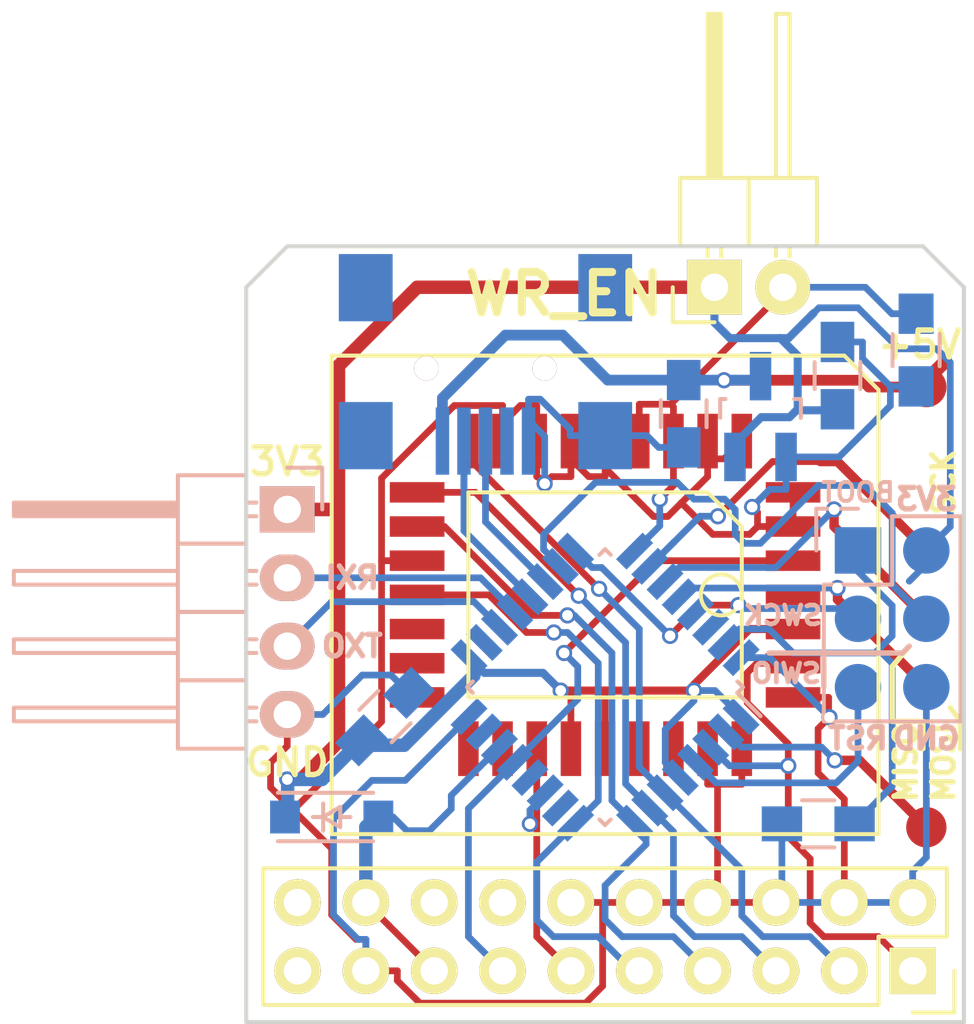
<source format=kicad_pcb>
(kicad_pcb (version 20171130) (host pcbnew "(5.1.12)-1")

  (general
    (thickness 1.6)
    (drawings 30)
    (tracks 477)
    (zones 0)
    (modules 19)
    (nets 25)
  )

  (page A4)
  (layers
    (0 F.Cu signal)
    (31 B.Cu signal)
    (32 B.Adhes user hide)
    (33 F.Adhes user hide)
    (34 B.Paste user hide)
    (35 F.Paste user hide)
    (36 B.SilkS user hide)
    (37 F.SilkS user hide)
    (38 B.Mask user hide)
    (39 F.Mask user hide)
    (40 Dwgs.User user hide)
    (41 Cmts.User user hide)
    (42 Eco1.User user)
    (43 Eco2.User user hide)
    (44 Edge.Cuts user)
    (45 Margin user)
    (46 B.CrtYd user hide)
    (47 F.CrtYd user)
    (48 B.Fab user)
    (49 F.Fab user hide)
  )

  (setup
    (last_trace_width 0.25)
    (user_trace_width 0.5)
    (trace_clearance 0.18)
    (zone_clearance 0.508)
    (zone_45_only no)
    (trace_min 0.2)
    (via_size 0.6)
    (via_drill 0.4)
    (via_min_size 0.4)
    (via_min_drill 0.3)
    (uvia_size 0.3)
    (uvia_drill 0.1)
    (uvias_allowed no)
    (uvia_min_size 0.2)
    (uvia_min_drill 0.1)
    (edge_width 0.15)
    (segment_width 0.2)
    (pcb_text_width 0.3)
    (pcb_text_size 1.5 1.5)
    (mod_edge_width 0.15)
    (mod_text_size 1 1)
    (mod_text_width 0.15)
    (pad_size 1.524 1.524)
    (pad_drill 0.762)
    (pad_to_mask_clearance 0.2)
    (aux_axis_origin 0 0)
    (visible_elements 7FFFFFFF)
    (pcbplotparams
      (layerselection 0x010f0_80000001)
      (usegerberextensions false)
      (usegerberattributes true)
      (usegerberadvancedattributes true)
      (creategerberjobfile true)
      (excludeedgelayer true)
      (linewidth 0.100000)
      (plotframeref false)
      (viasonmask false)
      (mode 1)
      (useauxorigin false)
      (hpglpennumber 1)
      (hpglpenspeed 20)
      (hpglpendiameter 15.000000)
      (psnegative false)
      (psa4output false)
      (plotreference true)
      (plotvalue true)
      (plotinvisibletext false)
      (padsonsilk false)
      (subtractmaskfromsilk true)
      (outputformat 1)
      (mirror false)
      (drillshape 0)
      (scaleselection 1)
      (outputdirectory "gerb/"))
  )

  (net 0 "")
  (net 1 VCC)
  (net 2 GND)
  (net 3 /D0)
  (net 4 /D1)
  (net 5 /D2)
  (net 6 /D3)
  (net 7 /~RST)
  (net 8 /~WP)
  (net 9 /CLK)
  (net 10 /~LFRAME)
  (net 11 /MISO)
  (net 12 /SCK)
  (net 13 /MOSI)
  (net 14 /RXD)
  (net 15 /TXD)
  (net 16 /~SRST)
  (net 17 /D+)
  (net 18 /D-)
  (net 19 /BOOT0)
  (net 20 /SWCLK)
  (net 21 /SWDIO)
  (net 22 /3V3IN)
  (net 23 /VBUS)
  (net 24 /SPIOE)

  (net_class Default "This is the default net class."
    (clearance 0.18)
    (trace_width 0.25)
    (via_dia 0.6)
    (via_drill 0.4)
    (uvia_dia 0.3)
    (uvia_drill 0.1)
    (add_net /3V3IN)
    (add_net /BOOT0)
    (add_net /CLK)
    (add_net /D+)
    (add_net /D-)
    (add_net /D0)
    (add_net /D1)
    (add_net /D2)
    (add_net /D3)
    (add_net /MISO)
    (add_net /MOSI)
    (add_net /RXD)
    (add_net /SCK)
    (add_net /SPIOE)
    (add_net /SWCLK)
    (add_net /SWDIO)
    (add_net /TXD)
    (add_net /VBUS)
    (add_net /~LFRAME)
    (add_net /~RST)
    (add_net /~SRST)
    (add_net /~WP)
    (add_net GND)
    (add_net VCC)
  )

  (module Housings_QFP:LQFP-32_7x7mm_Pitch0.8mm (layer B.Cu) (tedit 563F8CC5) (tstamp 563EDC28)
    (at 148.59 110.109 135)
    (descr "LQFP32: plastic low profile quad flat package; 32 leads; body 7 x 7 x 1.4 mm (see NXP sot358-1_po.pdf and sot358-1_fr.pdf)")
    (tags "QFP 0.8")
    (path /563ED896)
    (attr smd)
    (fp_text reference U2 (at 0 5.85 135) (layer B.SilkS) hide
      (effects (font (size 1 1) (thickness 0.15)) (justify mirror))
    )
    (fp_text value STM32F042Kx (at 0 -5.85 135) (layer B.Fab) hide
      (effects (font (size 1 1) (thickness 0.15)) (justify mirror))
    )
    (fp_line (start -5.1 5.1) (end -5.1 -5.1) (layer B.CrtYd) (width 0.05))
    (fp_line (start 5.1 5.1) (end 5.1 -5.1) (layer B.CrtYd) (width 0.05))
    (fp_line (start -5.1 5.1) (end 5.1 5.1) (layer B.CrtYd) (width 0.05))
    (fp_line (start -5.1 -5.1) (end 5.1 -5.1) (layer B.CrtYd) (width 0.05))
    (fp_line (start -3.625 3.625) (end -3.625 3.325) (layer B.SilkS) (width 0.15))
    (fp_line (start 3.625 3.625) (end 3.625 3.325) (layer B.SilkS) (width 0.15))
    (fp_line (start 3.625 -3.625) (end 3.625 -3.325) (layer B.SilkS) (width 0.15))
    (fp_line (start -3.625 -3.625) (end -3.625 -3.325) (layer B.SilkS) (width 0.15))
    (fp_line (start -3.625 3.625) (end -3.325 3.625) (layer B.SilkS) (width 0.15))
    (fp_line (start -3.625 -3.625) (end -3.325 -3.625) (layer B.SilkS) (width 0.15))
    (fp_line (start 3.625 -3.625) (end 3.325 -3.625) (layer B.SilkS) (width 0.15))
    (fp_line (start 3.625 3.625) (end 3.325 3.625) (layer B.SilkS) (width 0.15))
    (fp_line (start -3.625 3.325) (end -4.85 3.325) (layer B.SilkS) (width 0.15))
    (pad 1 smd rect (at -4.35 2.8 135) (size 1.4 0.55) (layers B.Cu B.Paste B.Mask)
      (net 1 VCC))
    (pad 8 smd rect (at -4.35 -2.8 135) (size 1.4 0.55) (layers B.Cu B.Paste B.Mask)
      (net 5 /D2))
    (pad 9 smd rect (at -2.8 -4.35 45) (size 1.4 0.55) (layers B.Cu B.Paste B.Mask)
      (net 6 /D3))
    (pad 16 smd rect (at 2.8 -4.35 45) (size 1.4 0.55) (layers B.Cu B.Paste B.Mask)
      (net 2 GND))
    (pad 17 smd rect (at 4.35 -2.8 135) (size 1.4 0.55) (layers B.Cu B.Paste B.Mask)
      (net 1 VCC))
    (pad 24 smd rect (at 4.35 2.8 135) (size 1.4 0.55) (layers B.Cu B.Paste B.Mask)
      (net 20 /SWCLK))
    (pad 25 smd rect (at 2.8 4.35 45) (size 1.4 0.55) (layers B.Cu B.Paste B.Mask)
      (net 8 /~WP))
    (pad 32 smd rect (at -2.8 4.35 45) (size 1.4 0.55) (layers B.Cu B.Paste B.Mask)
      (net 2 GND))
    (pad 2 smd rect (at -4.35 2 135) (size 1.4 0.55) (layers B.Cu B.Paste B.Mask)
      (net 24 /SPIOE))
    (pad 3 smd rect (at -4.35 1.2 135) (size 1.4 0.55) (layers B.Cu B.Paste B.Mask)
      (net 9 /CLK))
    (pad 4 smd rect (at -4.35 0.4 135) (size 1.4 0.55) (layers B.Cu B.Paste B.Mask)
      (net 16 /~SRST))
    (pad 5 smd rect (at -4.35 -0.4 135) (size 1.4 0.55) (layers B.Cu B.Paste B.Mask)
      (net 1 VCC))
    (pad 6 smd rect (at -4.35 -1.2 135) (size 1.4 0.55) (layers B.Cu B.Paste B.Mask)
      (net 3 /D0))
    (pad 7 smd rect (at -4.35 -2 135) (size 1.4 0.55) (layers B.Cu B.Paste B.Mask)
      (net 4 /D1))
    (pad 10 smd rect (at -2 -4.35 45) (size 1.4 0.55) (layers B.Cu B.Paste B.Mask))
    (pad 11 smd rect (at -1.2 -4.35 45) (size 1.4 0.55) (layers B.Cu B.Paste B.Mask)
      (net 10 /~LFRAME))
    (pad 12 smd rect (at -0.4 -4.35 45) (size 1.4 0.55) (layers B.Cu B.Paste B.Mask))
    (pad 13 smd rect (at 0.4 -4.35 45) (size 1.4 0.55) (layers B.Cu B.Paste B.Mask)
      (net 7 /~RST))
    (pad 14 smd rect (at 1.2 -4.35 45) (size 1.4 0.55) (layers B.Cu B.Paste B.Mask)
      (net 22 /3V3IN))
    (pad 15 smd rect (at 2 -4.35 45) (size 1.4 0.55) (layers B.Cu B.Paste B.Mask))
    (pad 18 smd rect (at 4.35 -2 135) (size 1.4 0.55) (layers B.Cu B.Paste B.Mask))
    (pad 19 smd rect (at 4.35 -1.2 135) (size 1.4 0.55) (layers B.Cu B.Paste B.Mask)
      (net 15 /TXD))
    (pad 20 smd rect (at 4.35 -0.4 135) (size 1.4 0.55) (layers B.Cu B.Paste B.Mask)
      (net 14 /RXD))
    (pad 21 smd rect (at 4.35 0.4 135) (size 1.4 0.55) (layers B.Cu B.Paste B.Mask)
      (net 18 /D-))
    (pad 22 smd rect (at 4.35 1.2 135) (size 1.4 0.55) (layers B.Cu B.Paste B.Mask)
      (net 17 /D+))
    (pad 23 smd rect (at 4.35 2 135) (size 1.4 0.55) (layers B.Cu B.Paste B.Mask)
      (net 21 /SWDIO))
    (pad 26 smd rect (at 2 4.35 45) (size 1.4 0.55) (layers B.Cu B.Paste B.Mask)
      (net 12 /SCK))
    (pad 27 smd rect (at 1.2 4.35 45) (size 1.4 0.55) (layers B.Cu B.Paste B.Mask)
      (net 11 /MISO))
    (pad 28 smd rect (at 0.4 4.35 45) (size 1.4 0.55) (layers B.Cu B.Paste B.Mask)
      (net 13 /MOSI))
    (pad 29 smd rect (at -0.4 4.35 45) (size 1.4 0.55) (layers B.Cu B.Paste B.Mask))
    (pad 30 smd rect (at -1.2 4.35 45) (size 1.4 0.55) (layers B.Cu B.Paste B.Mask))
    (pad 31 smd rect (at -2 4.35 45) (size 1.4 0.55) (layers B.Cu B.Paste B.Mask)
      (net 19 /BOOT0))
    (model Housings_QFP.3dshapes/LQFP-32_7x7mm_Pitch0.8mm.wrl
      (at (xyz 0 0 0))
      (scale (xyz 1 1 1))
      (rotate (xyz 0 0 0))
    )
  )

  (module Resistors_SMD:R_0805_HandSoldering (layer B.Cu) (tedit 5) (tstamp 56392A03)
    (at 156.511 115.189 180)
    (descr "Resistor SMD 0805, hand soldering")
    (tags "resistor 0805")
    (path /563F3385)
    (attr smd)
    (fp_text reference R2 (at 0 2.1 180) (layer B.SilkS) hide
      (effects (font (size 1 1) (thickness 0.15)) (justify mirror))
    )
    (fp_text value 4k7 (at 0 -2.1 180) (layer B.Fab) hide
      (effects (font (size 1 1) (thickness 0.15)) (justify mirror))
    )
    (fp_line (start -2.4 1) (end 2.4 1) (layer B.CrtYd) (width 0.05))
    (fp_line (start -2.4 -1) (end 2.4 -1) (layer B.CrtYd) (width 0.05))
    (fp_line (start -2.4 1) (end -2.4 -1) (layer B.CrtYd) (width 0.05))
    (fp_line (start 2.4 1) (end 2.4 -1) (layer B.CrtYd) (width 0.05))
    (fp_line (start 0.6 -0.875) (end -0.6 -0.875) (layer B.SilkS) (width 0.15))
    (fp_line (start -0.6 0.875) (end 0.6 0.875) (layer B.SilkS) (width 0.15))
    (pad 1 smd rect (at -1.35 0 180) (size 1.5 1.3) (layers B.Cu B.Paste B.Mask)
      (net 19 /BOOT0))
    (pad 2 smd rect (at 1.35 0 180) (size 1.5 1.3) (layers B.Cu B.Paste B.Mask)
      (net 2 GND))
    (model Resistors_SMD.3dshapes/R_0805_HandSoldering.wrl
      (at (xyz 0 0 0))
      (scale (xyz 1 1 1))
      (rotate (xyz 0 0 0))
    )
  )

  (module SMD_Packages:PLCC-32 (layer F.Cu) (tedit 563907DD) (tstamp 5638F031)
    (at 148.59 106.68 270)
    (descr "Support CMS Plcc 32 pins")
    (tags "CMS Plcc")
    (path /5638B5AA)
    (attr smd)
    (fp_text reference U1 (at -10.414 0) (layer F.SilkS) hide
      (effects (font (size 1 1) (thickness 0.15)))
    )
    (fp_text value Pm49FL004 (at 10.16 0) (layer F.Fab) hide
      (effects (font (size 1 1) (thickness 0.15)))
    )
    (fp_circle (center 0 -4.318) (end 0 -5.08) (layer F.SilkS) (width 0.15))
    (fp_line (start 3.81 -5.08) (end -2.54 -5.08) (layer F.SilkS) (width 0.15))
    (fp_line (start -2.54 -5.08) (end -3.81 -3.81) (layer F.SilkS) (width 0.15))
    (fp_line (start -3.81 -3.81) (end -3.81 5.08) (layer F.SilkS) (width 0.15))
    (fp_line (start -3.81 5.08) (end 3.81 5.08) (layer F.SilkS) (width 0.15))
    (fp_line (start 3.81 5.08) (end 3.81 -5.08) (layer F.SilkS) (width 0.15))
    (fp_line (start 8.89 -6.985) (end 8.89 10.16) (layer F.SilkS) (width 0.15))
    (fp_line (start 8.89 10.16) (end -8.89 10.16) (layer F.SilkS) (width 0.15))
    (fp_line (start -8.89 10.16) (end -8.89 -8.89) (layer F.SilkS) (width 0.15))
    (fp_line (start -8.89 -8.89) (end -7.62 -10.16) (layer F.SilkS) (width 0.15))
    (fp_line (start -7.62 -10.16) (end 8.89 -10.16) (layer F.SilkS) (width 0.15))
    (fp_line (start 8.89 -10.16) (end 8.89 -6.985) (layer F.SilkS) (width 0.15))
    (pad 1 smd rect (at 0 -6.985 270) (size 0.762 2.032) (layers F.Cu F.Paste F.Mask))
    (pad 2 smd rect (at -1.27 -6.985 270) (size 0.762 2.032) (layers F.Cu F.Paste F.Mask)
      (net 7 /~RST))
    (pad 3 smd rect (at -2.54 -6.985 270) (size 0.762 2.032) (layers F.Cu F.Paste F.Mask)
      (net 2 GND))
    (pad 4 smd rect (at -3.81 -6.985 270) (size 0.762 2.032) (layers F.Cu F.Paste F.Mask)
      (net 2 GND))
    (pad 5 smd rect (at -5.715 -5.08 270) (size 2.032 0.762) (layers F.Cu F.Paste F.Mask)
      (net 2 GND))
    (pad 6 smd rect (at -5.715 -3.81 270) (size 2.032 0.762) (layers F.Cu F.Paste F.Mask)
      (net 2 GND))
    (pad 7 smd rect (at -5.715 -2.54 270) (size 2.032 0.762) (layers F.Cu F.Paste F.Mask)
      (net 8 /~WP))
    (pad 8 smd rect (at -5.715 -1.27 270) (size 2.032 0.762) (layers F.Cu F.Paste F.Mask)
      (net 8 /~WP))
    (pad 9 smd rect (at -5.715 0 270) (size 2.032 0.762) (layers F.Cu F.Paste F.Mask)
      (net 2 GND))
    (pad 10 smd rect (at -5.715 1.27 270) (size 2.032 0.762) (layers F.Cu F.Paste F.Mask)
      (net 2 GND))
    (pad 11 smd rect (at -5.715 2.54 270) (size 2.032 0.762) (layers F.Cu F.Paste F.Mask)
      (net 2 GND))
    (pad 12 smd rect (at -5.715 3.81 270) (size 2.032 0.762) (layers F.Cu F.Paste F.Mask)
      (net 2 GND))
    (pad 13 smd rect (at -5.715 5.08 270) (size 2.032 0.762) (layers F.Cu F.Paste F.Mask)
      (net 3 /D0))
    (pad 14 smd rect (at -3.81 6.985 270) (size 0.762 2.032) (layers F.Cu F.Paste F.Mask)
      (net 4 /D1))
    (pad 15 smd rect (at -2.54 6.985 270) (size 0.762 2.032) (layers F.Cu F.Paste F.Mask)
      (net 5 /D2))
    (pad 16 smd rect (at -1.27 6.985 270) (size 0.762 2.032) (layers F.Cu F.Paste F.Mask)
      (net 2 GND))
    (pad 17 smd rect (at 0 6.985 270) (size 0.762 2.032) (layers F.Cu F.Paste F.Mask)
      (net 6 /D3))
    (pad 18 smd rect (at 1.27 6.985 270) (size 0.762 2.032) (layers F.Cu F.Paste F.Mask))
    (pad 19 smd rect (at 2.54 6.985 270) (size 0.762 2.032) (layers F.Cu F.Paste F.Mask))
    (pad 20 smd rect (at 3.81 6.985 270) (size 0.762 2.032) (layers F.Cu F.Paste F.Mask))
    (pad 21 smd rect (at 5.715 5.08 270) (size 2.032 0.762) (layers F.Cu F.Paste F.Mask))
    (pad 22 smd rect (at 5.715 3.81 270) (size 2.032 0.762) (layers F.Cu F.Paste F.Mask))
    (pad 23 smd rect (at 5.715 2.54 270) (size 2.032 0.762) (layers F.Cu F.Paste F.Mask)
      (net 10 /~LFRAME))
    (pad 24 smd rect (at 5.715 1.27 270) (size 2.032 0.762) (layers F.Cu F.Paste F.Mask)
      (net 1 VCC))
    (pad 25 smd rect (at 5.715 0 270) (size 2.032 0.762) (layers F.Cu F.Paste F.Mask)
      (net 1 VCC))
    (pad 26 smd rect (at 5.715 -1.27 270) (size 2.032 0.762) (layers F.Cu F.Paste F.Mask))
    (pad 27 smd rect (at 5.715 -2.54 270) (size 2.032 0.762) (layers F.Cu F.Paste F.Mask))
    (pad 28 smd rect (at 5.715 -3.81 270) (size 2.032 0.762) (layers F.Cu F.Paste F.Mask)
      (net 2 GND))
    (pad 29 smd rect (at 5.715 -5.08 270) (size 2.032 0.762) (layers F.Cu F.Paste F.Mask)
      (net 2 GND))
    (pad 30 smd rect (at 3.81 -6.985 270) (size 0.762 2.032) (layers F.Cu F.Paste F.Mask)
      (net 2 GND))
    (pad 31 smd rect (at 2.54 -6.985 270) (size 0.762 2.032) (layers F.Cu F.Paste F.Mask)
      (net 9 /CLK))
    (pad 32 smd rect (at 1.27 -6.985 270) (size 0.762 2.032) (layers F.Cu F.Paste F.Mask)
      (net 1 VCC))
  )

  (module kicad-libraries:TSTPT (layer F.Cu) (tedit 5639B322) (tstamp 5639B24B)
    (at 160.528 107.569)
    (path /5639B29C)
    (attr smd)
    (fp_text reference P5 (at 0 -0.3) (layer F.SilkS) hide
      (effects (font (size 0.127 0.127) (thickness 0.03175)))
    )
    (fp_text value CONN_01X01 (at 0 0) (layer F.SilkS) hide
      (effects (font (size 0.127 0.127) (thickness 0.03175)))
    )
    (pad 1 smd circle (at 0 0) (size 1.6 1.6) (layers F.Cu F.Paste F.Mask)
      (net 11 /MISO))
  )

  (module kicad-libraries:TSTPT (layer F.Cu) (tedit 5639B305) (tstamp 56396D9D)
    (at 160.528 110.109)
    (path /5639989E)
    (attr smd)
    (fp_text reference P4 (at 0 -0.3) (layer F.SilkS) hide
      (effects (font (size 0.127 0.127) (thickness 0.03175)))
    )
    (fp_text value CONN_01X01 (at 0 0) (layer F.SilkS) hide
      (effects (font (size 0.127 0.127) (thickness 0.03175)))
    )
    (pad 1 smd circle (at 0 0) (size 1.6 1.6) (layers F.Cu F.Paste F.Mask)
      (net 13 /MOSI))
  )

  (module kicad-libraries:TSTPT (layer F.Cu) (tedit 5639B2E3) (tstamp 5639B250)
    (at 160.528 105.029)
    (path /5639B39A)
    (attr smd)
    (fp_text reference P6 (at 0 -0.3) (layer F.SilkS) hide
      (effects (font (size 0.127 0.127) (thickness 0.03175)))
    )
    (fp_text value CONN_01X01 (at 0 0) (layer F.SilkS) hide
      (effects (font (size 0.127 0.127) (thickness 0.03175)))
    )
    (pad 1 smd circle (at 0 0) (size 1.6 1.6) (layers F.Cu F.Paste F.Mask)
      (net 12 /SCK))
  )

  (module Diodes_SMD:SOD-123 (layer B.Cu) (tedit 56398AEA) (tstamp 5639290)
    (at 138.43 114.935)
    (descr SOD-123)
    (tags SOD-123)
    (path /56392D58)
    (attr smd)
    (fp_text reference D1 (at 0 2) (layer B.SilkS) hide
      (effects (font (size 1 1) (thickness 0.15)) (justify mirror))
    )
    (fp_text value D_Schottky_Small (at 0 -2.1) (layer B.Fab) hide
      (effects (font (size 1 1) (thickness 0.15)) (justify mirror))
    )
    (fp_line (start 0.3175 0) (end 0.6985 0) (layer B.SilkS) (width 0.15))
    (fp_line (start -0.6985 0) (end -0.3175 0) (layer B.SilkS) (width 0.15))
    (fp_line (start -0.3175 0) (end 0.3175 0.381) (layer B.SilkS) (width 0.15))
    (fp_line (start 0.3175 0.381) (end 0.3175 -0.381) (layer B.SilkS) (width 0.15))
    (fp_line (start 0.3175 -0.381) (end -0.3175 0) (layer B.SilkS) (width 0.15))
    (fp_line (start -0.3175 0.508) (end -0.3175 -0.508) (layer B.SilkS) (width 0.15))
    (fp_line (start -2.25 1.05) (end 2.25 1.05) (layer B.CrtYd) (width 0.05))
    (fp_line (start 2.25 1.05) (end 2.25 -1.05) (layer B.CrtYd) (width 0.05))
    (fp_line (start 2.25 -1.05) (end -2.25 -1.05) (layer B.CrtYd) (width 0.05))
    (fp_line (start -2.25 1.05) (end -2.25 -1.05) (layer B.CrtYd) (width 0.05))
    (fp_line (start -2 -0.9) (end 1.54 -0.9) (layer B.SilkS) (width 0.15))
    (fp_line (start -2 0.9) (end 1.54 0.9) (layer B.SilkS) (width 0.15))
    (pad 1 smd rect (at -1.735 0) (size 1.11 1.22) (layers B.Cu B.Paste B.Mask)
      (net 1 VCC))
    (pad 2 smd rect (at 1.735 0) (size 1.11 1.22) (layers B.Cu B.Paste B.Mask)
      (net 22 /3V3IN))
  )

  (module kicad-libraries:USB-MINI-B-SMD (layer B.Cu) (tedit 563988BC) (tstamp 563929F8)
    (at 144.145 93.0139 180)
    (path /56391EEB)
    (attr smd)
    (fp_text reference P3 (at -0.0891 -2.275 180) (layer B.SilkS) hide
      (effects (font (size 0.29972 0.29972) (thickness 0.07493)) (justify mirror))
    )
    (fp_text value USB_OTG (at -0.0891 -4.075 180) (layer B.SilkS) hide
      (effects (font (size 0.29972 0.29972) (thickness 0.07493)) (justify mirror))
    )
    (fp_line (start -3.85064 0.65024) (end 3.85064 0.65024) (layer B.SilkS) (width 0.001))
    (fp_line (start 3.85064 0.65024) (end 3.85064 -8.54964) (layer B.SilkS) (width 0.001))
    (fp_line (start 3.85064 -8.54964) (end -3.85064 -8.54964) (layer B.SilkS) (width 0.001))
    (fp_line (start -3.85064 -8.54964) (end -3.85064 0.65024) (layer B.SilkS) (width 0.001))
    (pad "" smd rect (at 4.45008 -2.25044 180) (size 1.99898 2.49936) (layers B.Cu B.Paste B.Mask)
      (clearance 0.14986))
    (pad "" smd rect (at 4.45008 -7.74954 180) (size 1.99898 2.49936) (layers B.Cu B.Paste B.Mask))
    (pad 6 smd rect (at -4.45008 -7.74954 180) (size 1.99898 2.49936) (layers B.Cu B.Paste B.Mask)
      (net 2 GND))
    (pad "" smd rect (at -4.45008 -2.25044 180) (size 1.99898 2.49936) (layers B.Cu B.Paste B.Mask))
    (pad "" thru_hole circle (at 2.19964 -5.25018 180) (size 0.90932 0.90932) (drill 0.89916) (layers *.Cu *.Mask B.SilkS)
      (clearance 0.14986))
    (pad "" thru_hole circle (at -2.19964 -5.25018 180) (size 0.90932 0.90932) (drill 0.89916) (layers *.Cu *.Mask B.SilkS)
      (clearance 0.14986))
    (pad 5 smd rect (at -1.6002 -7.95114 180) (size 0.50038 2.50124) (layers B.Cu B.Paste B.Mask)
      (net 2 GND) (clearance 0.14986))
    (pad 4 smd rect (at -0.8001 -7.95114 180) (size 0.50038 2.50124) (layers B.Cu B.Paste B.Mask)
      (clearance 0.14986))
    (pad 3 smd rect (at 0 -7.95114 180) (size 0.50038 2.50124) (layers B.Cu B.Paste B.Mask)
      (net 17 /D+) (clearance 0.14986))
    (pad 2 smd rect (at 0.8001 -7.95114 180) (size 0.50038 2.50124) (layers B.Cu B.Paste B.Mask)
      (net 18 /D-) (clearance 0.14986))
    (pad 1 smd rect (at 1.6002 -7.95114 180) (size 0.50038 2.50124) (layers B.Cu B.Paste B.Mask)
      (net 23 /VBUS) (clearance 0.14986))
  )

  (module Socket_Strips:Socket_Strip_Straight_2x03 (layer B.Cu) (tedit 56395DA5) (tstamp 563929DB)
    (at 157.988 105.029 270)
    (descr "Through hole socket strip")
    (tags "socket strip")
    (path /5639450A)
    (fp_text reference CON1 (at 0 5.1 270) (layer B.SilkS) hide
      (effects (font (size 1 1) (thickness 0.15)) (justify mirror))
    )
    (fp_text value SWD_BOOT_CS-6 (at 0 3.1 270) (layer B.Fab) hide
      (effects (font (size 1 1) (thickness 0.15)) (justify mirror))
    )
    (fp_line (start 6.35 1.27) (end 1.27 1.27) (layer B.SilkS) (width 0.15))
    (fp_line (start -1.55 1.55) (end 0 1.55) (layer B.SilkS) (width 0.15))
    (fp_line (start -1.75 1.75) (end -1.75 -4.3) (layer B.CrtYd) (width 0.05))
    (fp_line (start 6.85 1.75) (end 6.85 -4.3) (layer B.CrtYd) (width 0.05))
    (fp_line (start -1.75 1.75) (end 6.85 1.75) (layer B.CrtYd) (width 0.05))
    (fp_line (start -1.75 -4.3) (end 6.85 -4.3) (layer B.CrtYd) (width 0.05))
    (fp_line (start -1.27 -1.27) (end 1.27 -1.27) (layer B.SilkS) (width 0.15))
    (fp_line (start 1.27 -1.27) (end 1.27 1.27) (layer B.SilkS) (width 0.15))
    (fp_line (start 6.35 1.27) (end 6.35 -3.81) (layer B.SilkS) (width 0.15))
    (fp_line (start 6.35 -3.81) (end 1.27 -3.81) (layer B.SilkS) (width 0.15))
    (fp_line (start -1.55 1.55) (end -1.55 0) (layer B.SilkS) (width 0.15))
    (fp_line (start -1.27 -3.81) (end -1.27 -1.27) (layer B.SilkS) (width 0.15))
    (fp_line (start 1.27 -3.81) (end -1.27 -3.81) (layer B.SilkS) (width 0.15))
    (pad 1 smd rect (at 0 0 270) (size 1.7272 1.7272) (layers B.Cu B.Paste B.Mask)
      (net 19 /BOOT0))
    (pad 2 smd oval (at 0 -2.54 270) (size 1.7272 1.7272) (layers B.Cu B.Paste B.Mask)
      (net 1 VCC))
    (pad 3 smd oval (at 2.54 0 270) (size 1.7272 1.7272) (layers B.Cu B.Paste B.Mask)
      (net 20 /SWCLK))
    (pad 4 smd oval (at 2.54 -2.54 270) (size 1.7272 1.7272) (layers B.Cu B.Paste B.Mask)
      (net 21 /SWDIO))
    (pad 5 smd oval (at 5.08 0 270) (size 1.7272 1.7272) (layers B.Cu B.Paste B.Mask)
      (net 16 /~SRST))
    (pad 6 smd oval (at 5.08 -2.54 270) (size 1.7272 1.7272) (layers B.Cu B.Paste B.Mask)
      (net 2 GND))
  )

  (module Pin_Headers:Pin_Header_Angled_1x02 (layer F.Cu) (tedit 563907D2) (tstamp 5638F52D)
    (at 152.654 95.25 90)
    (descr "Through hole pin header")
    (tags "pin header")
    (path /5638BA11)
    (fp_text reference JP1 (at 0 -5.1 90) (layer F.SilkS) hide
      (effects (font (size 1 1) (thickness 0.15)))
    )
    (fp_text value JUMPER (at 0 -3.1 90) (layer F.Fab) hide
      (effects (font (size 1 1) (thickness 0.15)))
    )
    (fp_line (start -1.5 -1.75) (end -1.5 4.3) (layer F.CrtYd) (width 0.05))
    (fp_line (start 10.65 -1.75) (end 10.65 4.3) (layer F.CrtYd) (width 0.05))
    (fp_line (start -1.5 -1.75) (end 10.65 -1.75) (layer F.CrtYd) (width 0.05))
    (fp_line (start -1.5 4.3) (end 10.65 4.3) (layer F.CrtYd) (width 0.05))
    (fp_line (start -1.3 -1.55) (end -1.3 0) (layer F.SilkS) (width 0.15))
    (fp_line (start 0 -1.55) (end -1.3 -1.55) (layer F.SilkS) (width 0.15))
    (fp_line (start 4.191 -0.127) (end 10.033 -0.127) (layer F.SilkS) (width 0.15))
    (fp_line (start 10.033 -0.127) (end 10.033 0.127) (layer F.SilkS) (width 0.15))
    (fp_line (start 10.033 0.127) (end 4.191 0.127) (layer F.SilkS) (width 0.15))
    (fp_line (start 4.191 0.127) (end 4.191 0) (layer F.SilkS) (width 0.15))
    (fp_line (start 4.191 0) (end 10.033 0) (layer F.SilkS) (width 0.15))
    (fp_line (start 1.524 -0.254) (end 1.143 -0.254) (layer F.SilkS) (width 0.15))
    (fp_line (start 1.524 0.254) (end 1.143 0.254) (layer F.SilkS) (width 0.15))
    (fp_line (start 1.524 2.286) (end 1.143 2.286) (layer F.SilkS) (width 0.15))
    (fp_line (start 1.524 2.794) (end 1.143 2.794) (layer F.SilkS) (width 0.15))
    (fp_line (start 1.524 -1.27) (end 4.064 -1.27) (layer F.SilkS) (width 0.15))
    (fp_line (start 1.524 1.27) (end 4.064 1.27) (layer F.SilkS) (width 0.15))
    (fp_line (start 1.524 1.27) (end 1.524 3.81) (layer F.SilkS) (width 0.15))
    (fp_line (start 1.524 3.81) (end 4.064 3.81) (layer F.SilkS) (width 0.15))
    (fp_line (start 4.064 2.286) (end 10.16 2.286) (layer F.SilkS) (width 0.15))
    (fp_line (start 10.16 2.286) (end 10.16 2.794) (layer F.SilkS) (width 0.15))
    (fp_line (start 10.16 2.794) (end 4.064 2.794) (layer F.SilkS) (width 0.15))
    (fp_line (start 4.064 3.81) (end 4.064 1.27) (layer F.SilkS) (width 0.15))
    (fp_line (start 4.064 1.27) (end 4.064 -1.27) (layer F.SilkS) (width 0.15))
    (fp_line (start 10.16 0.254) (end 4.064 0.254) (layer F.SilkS) (width 0.15))
    (fp_line (start 10.16 -0.254) (end 10.16 0.254) (layer F.SilkS) (width 0.15))
    (fp_line (start 4.064 -0.254) (end 10.16 -0.254) (layer F.SilkS) (width 0.15))
    (fp_line (start 1.524 1.27) (end 4.064 1.27) (layer F.SilkS) (width 0.15))
    (fp_line (start 1.524 -1.27) (end 1.524 1.27) (layer F.SilkS) (width 0.15))
    (pad 1 thru_hole rect (at 0 0 90) (size 2.032 2.032) (drill 1.016) (layers *.Cu *.Mask F.SilkS)
      (net 1 VCC))
    (pad 2 thru_hole oval (at 0 2.54 90) (size 2.032 2.032) (drill 1.016) (layers *.Cu *.Mask F.SilkS)
      (net 8 /~WP))
    (model Pin_Headers.3dshapes/Pin_Header_Angled_1x02.wrl
      (offset (xyz 0 -1.269999980926514 0))
      (scale (xyz 1 1 1))
      (rotate (xyz 0 0 90))
    )
  )

  (module Socket_Strips:Socket_Strip_Straight_2x10 (layer F.Cu) (tedit 7FFFFFFF) (tstamp 5638F532)
    (at 160.02 120.65 180)
    (descr "Through hole socket strip")
    (tags "socket strip")
    (path /5638B5C2)
    (fp_text reference P1 (at 0 -5.1 180) (layer F.SilkS) hide
      (effects (font (size 1 1) (thickness 0.15)))
    )
    (fp_text value CONN_02X10 (at 0 -3.1 180) (layer F.Fab) hide
      (effects (font (size 1 1) (thickness 0.15)))
    )
    (fp_line (start -1.75 -1.75) (end -1.75 4.3) (layer F.CrtYd) (width 0.05))
    (fp_line (start 24.65 -1.75) (end 24.65 4.3) (layer F.CrtYd) (width 0.05))
    (fp_line (start -1.75 -1.75) (end 24.65 -1.75) (layer F.CrtYd) (width 0.05))
    (fp_line (start -1.75 4.3) (end 24.65 4.3) (layer F.CrtYd) (width 0.05))
    (fp_line (start 24.13 3.81) (end -1.27 3.81) (layer F.SilkS) (width 0.15))
    (fp_line (start 1.27 -1.27) (end 24.13 -1.27) (layer F.SilkS) (width 0.15))
    (fp_line (start 24.13 3.81) (end 24.13 -1.27) (layer F.SilkS) (width 0.15))
    (fp_line (start -1.27 3.81) (end -1.27 1.27) (layer F.SilkS) (width 0.15))
    (fp_line (start 0 -1.55) (end -1.55 -1.55) (layer F.SilkS) (width 0.15))
    (fp_line (start -1.27 1.27) (end 1.27 1.27) (layer F.SilkS) (width 0.15))
    (fp_line (start 1.27 1.27) (end 1.27 -1.27) (layer F.SilkS) (width 0.15))
    (fp_line (start -1.55 -1.55) (end -1.55 0) (layer F.SilkS) (width 0.15))
    (pad 1 thru_hole rect (at 0 0 180) (size 1.7272 1.7272) (drill 1.016) (layers *.Cu *.Mask F.SilkS)
      (net 9 /CLK))
    (pad 2 thru_hole oval (at 0 2.54 180) (size 1.7272 1.7272) (drill 1.016) (layers *.Cu *.Mask F.SilkS)
      (net 2 GND))
    (pad 3 thru_hole oval (at 2.54 0 180) (size 1.7272 1.7272) (drill 1.016) (layers *.Cu *.Mask F.SilkS)
      (net 3 /D0))
    (pad 4 thru_hole oval (at 2.54 2.54 180) (size 1.7272 1.7272) (drill 1.016) (layers *.Cu *.Mask F.SilkS)
      (net 2 GND))
    (pad 5 thru_hole oval (at 5.08 0 180) (size 1.7272 1.7272) (drill 1.016) (layers *.Cu *.Mask F.SilkS)
      (net 4 /D1))
    (pad 6 thru_hole oval (at 5.08 2.54 180) (size 1.7272 1.7272) (drill 1.016) (layers *.Cu *.Mask F.SilkS)
      (net 2 GND))
    (pad 7 thru_hole oval (at 7.62 0 180) (size 1.7272 1.7272) (drill 1.016) (layers *.Cu *.Mask F.SilkS)
      (net 5 /D2))
    (pad 8 thru_hole oval (at 7.62 2.54 180) (size 1.7272 1.7272) (drill 1.016) (layers *.Cu *.Mask F.SilkS)
      (net 2 GND))
    (pad 9 thru_hole oval (at 10.16 0 180) (size 1.7272 1.7272) (drill 1.016) (layers *.Cu *.Mask F.SilkS)
      (net 6 /D3))
    (pad 10 thru_hole oval (at 10.16 2.54 180) (size 1.7272 1.7272) (drill 1.016) (layers *.Cu *.Mask F.SilkS)
      (net 2 GND))
    (pad 11 thru_hole oval (at 12.7 0 180) (size 1.7272 1.7272) (drill 1.016) (layers *.Cu *.Mask F.SilkS)
      (net 10 /~LFRAME))
    (pad 12 thru_hole oval (at 12.7 2.54 180) (size 1.7272 1.7272) (drill 1.016) (layers *.Cu *.Mask F.SilkS)
      (net 2 GND))
    (pad 13 thru_hole oval (at 15.24 0 180) (size 1.7272 1.7272) (drill 1.016) (layers *.Cu *.Mask F.SilkS)
      (net 7 /~RST))
    (pad 14 thru_hole oval (at 15.24 2.54 180) (size 1.7272 1.7272) (drill 1.016) (layers *.Cu *.Mask F.SilkS))
    (pad 15 thru_hole oval (at 17.78 0 180) (size 1.7272 1.7272) (drill 1.016) (layers *.Cu *.Mask F.SilkS)
      (net 22 /3V3IN))
    (pad 16 thru_hole oval (at 17.78 2.54 180) (size 1.7272 1.7272) (drill 1.016) (layers *.Cu *.Mask F.SilkS))
    (pad 17 thru_hole oval (at 20.32 0 180) (size 1.7272 1.7272) (drill 1.016) (layers *.Cu *.Mask F.SilkS)
      (net 2 GND))
    (pad 18 thru_hole oval (at 20.32 2.54 180) (size 1.7272 1.7272) (drill 1.016) (layers *.Cu *.Mask F.SilkS)
      (net 22 /3V3IN))
    (pad 19 thru_hole oval (at 22.86 0 180) (size 1.7272 1.7272) (drill 1.016) (layers *.Cu *.Mask F.SilkS))
    (pad 20 thru_hole oval (at 22.86 2.54 180) (size 1.7272 1.7272) (drill 1.016) (layers *.Cu *.Mask F.SilkS))
    (model Socket_Strips.3dshapes/Socket_Strip_Straight_2x10.wrl
      (offset (xyz 11.42999982833862 -1.269999980926514 0))
      (scale (xyz 1 1 1))
      (rotate (xyz 0 0 180))
    )
  )

  (module Capacitors_SMD:C_0805_HandSoldering (layer B.Cu) (tedit 56395DDF) (tstamp 563929C7)
    (at 157.226 98.532 90)
    (descr "Capacitor SMD 0805, hand soldering")
    (tags "capacitor 0805")
    (path /5638C48D)
    (attr smd)
    (fp_text reference C1 (at 0 2.1 90) (layer B.SilkS) hide
      (effects (font (size 1 1) (thickness 0.15)) (justify mirror))
    )
    (fp_text value 1u (at 0 -2.1 90) (layer B.Fab) hide
      (effects (font (size 1 1) (thickness 0.15)) (justify mirror))
    )
    (fp_line (start -2.3 1) (end 2.3 1) (layer B.CrtYd) (width 0.05))
    (fp_line (start -2.3 -1) (end 2.3 -1) (layer B.CrtYd) (width 0.05))
    (fp_line (start -2.3 1) (end -2.3 -1) (layer B.CrtYd) (width 0.05))
    (fp_line (start 2.3 1) (end 2.3 -1) (layer B.CrtYd) (width 0.05))
    (fp_line (start 0.5 0.85) (end -0.5 0.85) (layer B.SilkS) (width 0.15))
    (fp_line (start -0.5 -0.85) (end 0.5 -0.85) (layer B.SilkS) (width 0.15))
    (pad 1 smd rect (at -1.25 0 90) (size 1.5 1.25) (layers B.Cu B.Paste B.Mask)
      (net 1 VCC))
    (pad 2 smd rect (at 1.25 0 90) (size 1.5 1.25) (layers B.Cu B.Paste B.Mask)
      (net 2 GND))
    (model Capacitors_SMD.3dshapes/C_0805_HandSoldering.wrl
      (at (xyz 0 0 0))
      (scale (xyz 1 1 1))
      (rotate (xyz 0 0 0))
    )
  )

  (module Capacitors_SMD:C_0805_HandSoldering (layer B.Cu) (tedit 56395DFA) (tstamp 563929D1)
    (at 151.511 99.949 270)
    (descr "Capacitor SMD 0805, hand soldering")
    (tags "capacitor 0805")
    (path /563938D0)
    (attr smd)
    (fp_text reference C2 (at 0.02 -1.905 270) (layer B.SilkS) hide
      (effects (font (size 1 1) (thickness 0.15)) (justify mirror))
    )
    (fp_text value 1u (at 0 -2.1 270) (layer B.Fab) hide
      (effects (font (size 1 1) (thickness 0.15)) (justify mirror))
    )
    (fp_line (start -2.3 1) (end 2.3 1) (layer B.CrtYd) (width 0.05))
    (fp_line (start -2.3 -1) (end 2.3 -1) (layer B.CrtYd) (width 0.05))
    (fp_line (start -2.3 1) (end -2.3 -1) (layer B.CrtYd) (width 0.05))
    (fp_line (start 2.3 1) (end 2.3 -1) (layer B.CrtYd) (width 0.05))
    (fp_line (start 0.5 0.85) (end -0.5 0.85) (layer B.SilkS) (width 0.15))
    (fp_line (start -0.5 -0.85) (end 0.5 -0.85) (layer B.SilkS) (width 0.15))
    (pad 1 smd rect (at -1.25 0 270) (size 1.5 1.25) (layers B.Cu B.Paste B.Mask)
      (net 23 /VBUS))
    (pad 2 smd rect (at 1.25 0 270) (size 1.5 1.25) (layers B.Cu B.Paste B.Mask)
      (net 2 GND))
    (model Capacitors_SMD.3dshapes/C_0805_HandSoldering.wrl
      (at (xyz 0 0 0))
      (scale (xyz 1 1 1))
      (rotate (xyz 0 0 0))
    )
  )

  (module Pin_Headers:Pin_Header_Angled_1x04 (layer B.Cu) (tedit 56395DDC) (tstamp 7FFFFFFF)
    (at 136.779 103.505 180)
    (descr "Through hole pin header")
    (tags "pin header")
    (path /56396898)
    (fp_text reference P2 (at 0 5.1 180) (layer B.SilkS) hide
      (effects (font (size 1 1) (thickness 0.15)) (justify mirror))
    )
    (fp_text value CONN_01X04 (at 0 3.1 180) (layer B.Fab) hide
      (effects (font (size 1 1) (thickness 0.15)) (justify mirror))
    )
    (fp_line (start -1.5 1.75) (end -1.5 -9.4) (layer B.CrtYd) (width 0.05))
    (fp_line (start 10.65 1.75) (end 10.65 -9.4) (layer B.CrtYd) (width 0.05))
    (fp_line (start -1.5 1.75) (end 10.65 1.75) (layer B.CrtYd) (width 0.05))
    (fp_line (start -1.5 -9.4) (end 10.65 -9.4) (layer B.CrtYd) (width 0.05))
    (fp_line (start -1.3 1.55) (end -1.3 0) (layer B.SilkS) (width 0.15))
    (fp_line (start 0 1.55) (end -1.3 1.55) (layer B.SilkS) (width 0.15))
    (fp_line (start 4.191 0.127) (end 10.033 0.127) (layer B.SilkS) (width 0.15))
    (fp_line (start 10.033 0.127) (end 10.033 -0.127) (layer B.SilkS) (width 0.15))
    (fp_line (start 10.033 -0.127) (end 4.191 -0.127) (layer B.SilkS) (width 0.15))
    (fp_line (start 4.191 -0.127) (end 4.191 0) (layer B.SilkS) (width 0.15))
    (fp_line (start 4.191 0) (end 10.033 0) (layer B.SilkS) (width 0.15))
    (fp_line (start 1.524 0.254) (end 1.143 0.254) (layer B.SilkS) (width 0.15))
    (fp_line (start 1.524 -0.254) (end 1.143 -0.254) (layer B.SilkS) (width 0.15))
    (fp_line (start 1.524 -2.286) (end 1.143 -2.286) (layer B.SilkS) (width 0.15))
    (fp_line (start 1.524 -2.794) (end 1.143 -2.794) (layer B.SilkS) (width 0.15))
    (fp_line (start 1.524 -4.826) (end 1.143 -4.826) (layer B.SilkS) (width 0.15))
    (fp_line (start 1.524 -5.334) (end 1.143 -5.334) (layer B.SilkS) (width 0.15))
    (fp_line (start 1.524 -7.874) (end 1.143 -7.874) (layer B.SilkS) (width 0.15))
    (fp_line (start 1.524 -7.366) (end 1.143 -7.366) (layer B.SilkS) (width 0.15))
    (fp_line (start 1.524 1.27) (end 4.064 1.27) (layer B.SilkS) (width 0.15))
    (fp_line (start 1.524 -1.27) (end 4.064 -1.27) (layer B.SilkS) (width 0.15))
    (fp_line (start 1.524 -1.27) (end 1.524 -3.81) (layer B.SilkS) (width 0.15))
    (fp_line (start 1.524 -3.81) (end 4.064 -3.81) (layer B.SilkS) (width 0.15))
    (fp_line (start 4.064 -2.286) (end 10.16 -2.286) (layer B.SilkS) (width 0.15))
    (fp_line (start 10.16 -2.286) (end 10.16 -2.794) (layer B.SilkS) (width 0.15))
    (fp_line (start 10.16 -2.794) (end 4.064 -2.794) (layer B.SilkS) (width 0.15))
    (fp_line (start 4.064 -3.81) (end 4.064 -1.27) (layer B.SilkS) (width 0.15))
    (fp_line (start 4.064 -1.27) (end 4.064 1.27) (layer B.SilkS) (width 0.15))
    (fp_line (start 10.16 -0.254) (end 4.064 -0.254) (layer B.SilkS) (width 0.15))
    (fp_line (start 10.16 0.254) (end 10.16 -0.254) (layer B.SilkS) (width 0.15))
    (fp_line (start 4.064 0.254) (end 10.16 0.254) (layer B.SilkS) (width 0.15))
    (fp_line (start 1.524 -1.27) (end 4.064 -1.27) (layer B.SilkS) (width 0.15))
    (fp_line (start 1.524 1.27) (end 1.524 -1.27) (layer B.SilkS) (width 0.15))
    (fp_line (start 1.524 -6.35) (end 4.064 -6.35) (layer B.SilkS) (width 0.15))
    (fp_line (start 1.524 -6.35) (end 1.524 -8.89) (layer B.SilkS) (width 0.15))
    (fp_line (start 1.524 -8.89) (end 4.064 -8.89) (layer B.SilkS) (width 0.15))
    (fp_line (start 4.064 -7.366) (end 10.16 -7.366) (layer B.SilkS) (width 0.15))
    (fp_line (start 10.16 -7.366) (end 10.16 -7.874) (layer B.SilkS) (width 0.15))
    (fp_line (start 10.16 -7.874) (end 4.064 -7.874) (layer B.SilkS) (width 0.15))
    (fp_line (start 4.064 -8.89) (end 4.064 -6.35) (layer B.SilkS) (width 0.15))
    (fp_line (start 4.064 -6.35) (end 4.064 -3.81) (layer B.SilkS) (width 0.15))
    (fp_line (start 10.16 -5.334) (end 4.064 -5.334) (layer B.SilkS) (width 0.15))
    (fp_line (start 10.16 -4.826) (end 10.16 -5.334) (layer B.SilkS) (width 0.15))
    (fp_line (start 4.064 -4.826) (end 10.16 -4.826) (layer B.SilkS) (width 0.15))
    (fp_line (start 1.524 -6.35) (end 4.064 -6.35) (layer B.SilkS) (width 0.15))
    (fp_line (start 1.524 -3.81) (end 1.524 -6.35) (layer B.SilkS) (width 0.15))
    (fp_line (start 1.524 -3.81) (end 4.064 -3.81) (layer B.SilkS) (width 0.15))
    (pad 1 thru_hole rect (at 0 0 180) (size 2.032 1.7272) (drill 1.016) (layers *.Cu *.Mask B.SilkS)
      (net 1 VCC))
    (pad 2 thru_hole oval (at 0 -2.54 180) (size 2.032 1.7272) (drill 1.016) (layers *.Cu *.Mask B.SilkS)
      (net 14 /RXD))
    (pad 3 thru_hole oval (at 0 -5.08 180) (size 2.032 1.7272) (drill 1.016) (layers *.Cu *.Mask B.SilkS)
      (net 15 /TXD))
    (pad 4 thru_hole oval (at 0 -7.62 180) (size 2.032 1.7272) (drill 1.016) (layers *.Cu *.Mask B.SilkS)
      (net 2 GND))
    (model Pin_Headers.3dshapes/Pin_Header_Angled_1x04.wrl
      (offset (xyz 0 -3.809999942779541 0))
      (scale (xyz 1 1 1))
      (rotate (xyz 0 0 90))
    )
  )

  (module Resistors_SMD:R_0805_HandSoldering (layer B.Cu) (tedit 56395D9C) (tstamp 563929F9)
    (at 160.147 97.583 270)
    (descr "Resistor SMD 0805, hand soldering")
    (tags "resistor 0805")
    (path /5638BBC6)
    (attr smd)
    (fp_text reference R1 (at 0 2.1 270) (layer B.SilkS) hide
      (effects (font (size 1 1) (thickness 0.15)) (justify mirror))
    )
    (fp_text value 4k7 (at 0 -2.1 270) (layer B.Fab) hide
      (effects (font (size 1 1) (thickness 0.15)) (justify mirror))
    )
    (fp_line (start -2.4 1) (end 2.4 1) (layer B.CrtYd) (width 0.05))
    (fp_line (start -2.4 -1) (end 2.4 -1) (layer B.CrtYd) (width 0.05))
    (fp_line (start -2.4 1) (end -2.4 -1) (layer B.CrtYd) (width 0.05))
    (fp_line (start 2.4 1) (end 2.4 -1) (layer B.CrtYd) (width 0.05))
    (fp_line (start 0.6 -0.875) (end -0.6 -0.875) (layer B.SilkS) (width 0.15))
    (fp_line (start -0.6 0.875) (end 0.6 0.875) (layer B.SilkS) (width 0.15))
    (pad 1 smd rect (at -1.35 0 270) (size 1.5 1.3) (layers B.Cu B.Paste B.Mask)
      (net 8 /~WP))
    (pad 2 smd rect (at 1.35 0 270) (size 1.5 1.3) (layers B.Cu B.Paste B.Mask)
      (net 2 GND))
    (model Resistors_SMD.3dshapes/R_0805_HandSoldering.wrl
      (at (xyz 0 0 0))
      (scale (xyz 1 1 1))
      (rotate (xyz 0 0 0))
    )
  )

  (module TO_SOT_Packages_SMD:SOT-23_Handsoldering (layer B.Cu) (tedit 563F8E34) (tstamp 563EDC2F)
    (at 154.366 100.053 180)
    (descr "SOT-23, Handsoldering")
    (tags SOT-23)
    (path /563F2632)
    (attr smd)
    (fp_text reference U3 (at 0 3.81 180) (layer B.SilkS) hide
      (effects (font (size 1 1) (thickness 0.15)) (justify mirror))
    )
    (fp_text value MCP1700 (at 0 -3.81 180) (layer B.Fab) hide
      (effects (font (size 1 1) (thickness 0.15)) (justify mirror))
    )
    (fp_line (start -1.49982 -0.0508) (end -1.49982 0.65024) (layer B.SilkS) (width 0.15))
    (fp_line (start -1.49982 0.65024) (end -1.2509 0.65024) (layer B.SilkS) (width 0.15))
    (fp_line (start 1.29916 0.65024) (end 1.49982 0.65024) (layer B.SilkS) (width 0.15))
    (fp_line (start 1.49982 0.65024) (end 1.49982 -0.0508) (layer B.SilkS) (width 0.15))
    (pad 1 smd rect (at -0.95 -1.50114 180) (size 0.8001 1.80086) (layers B.Cu B.Paste B.Mask)
      (net 2 GND))
    (pad 2 smd rect (at 0.95 -1.50114 180) (size 0.8001 1.80086) (layers B.Cu B.Paste B.Mask)
      (net 1 VCC))
    (pad 3 smd rect (at 0 1.50114 180) (size 0.8001 1.80086) (layers B.Cu B.Paste B.Mask)
      (net 23 /VBUS))
    (model TO_SOT_Packages_SMD.3dshapes/SOT-23_Handsoldering.wrl
      (at (xyz 0 0 0))
      (scale (xyz 1 1 1))
      (rotate (xyz 0 0 0))
    )
  )

  (module Capacitors_SMD:C_0805_HandSoldering (layer B.Cu) (tedit 563F9FB5) (tstamp 563F9F98)
    (at 140.411 111.201 45)
    (descr "Capacitor SMD 0805, hand soldering")
    (tags "capacitor 0805")
    (path /563F9F74)
    (attr smd)
    (fp_text reference C3 (at 0 2.1 45) (layer B.SilkS) hide
      (effects (font (size 1 1) (thickness 0.15)) (justify mirror))
    )
    (fp_text value 1u (at 0 -2.1 135) (layer B.Fab) hide
      (effects (font (size 1 1) (thickness 0.15)) (justify mirror))
    )
    (fp_line (start -2.3 1) (end 2.3 1) (layer B.CrtYd) (width 0.05))
    (fp_line (start -2.3 -1) (end 2.3 -1) (layer B.CrtYd) (width 0.05))
    (fp_line (start -2.3 1) (end -2.3 -1) (layer B.CrtYd) (width 0.05))
    (fp_line (start 2.3 1) (end 2.3 -1) (layer B.CrtYd) (width 0.05))
    (fp_line (start 0.5 0.85) (end -0.5 0.85) (layer B.SilkS) (width 0.15))
    (fp_line (start -0.5 -0.85) (end 0.5 -0.85) (layer B.SilkS) (width 0.15))
    (pad 1 smd rect (at -1.25 0 45) (size 1.5 1.25) (layers B.Cu B.Paste B.Mask)
      (net 1 VCC))
    (pad 2 smd rect (at 1.25 0 45) (size 1.5 1.25) (layers B.Cu B.Paste B.Mask)
      (net 2 GND))
    (model Capacitors_SMD.3dshapes/C_0805_HandSoldering.wrl
      (at (xyz 0 0 0))
      (scale (xyz 1 1 1))
      (rotate (xyz 0 0 0))
    )
  )

  (module kicad-libraries:TSTPT (layer F.Cu) (tedit 56427F32) (tstamp 56427A13)
    (at 160.528 115.316)
    (path /564265B9)
    (attr smd)
    (fp_text reference P7 (at 0 -0.3) (layer F.SilkS) hide
      (effects (font (size 0.127 0.127) (thickness 0.03175)))
    )
    (fp_text value CONN_01X01 (at 0 0) (layer F.SilkS) hide
      (effects (font (size 0.127 0.127) (thickness 0.03175)))
    )
    (pad 1 smd circle (at 0 0) (size 1.5 1.5) (layers F.Cu F.Paste F.Mask)
      (net 24 /SPIOE))
  )

  (module kicad-libraries:TSTPT (layer F.Cu) (tedit 56427F3C) (tstamp 56427A18)
    (at 160.528 98.9584)
    (path /56425880)
    (attr smd)
    (fp_text reference P8 (at 0 -0.3) (layer F.SilkS) hide
      (effects (font (size 0.127 0.127) (thickness 0.03175)))
    )
    (fp_text value CONN_01X01 (at 0 0) (layer F.SilkS) hide
      (effects (font (size 0.127 0.127) (thickness 0.03175)))
    )
    (pad 1 smd circle (at 0 0) (size 1.5 1.5) (layers F.Cu F.Paste F.Mask)
      (net 23 /VBUS))
  )

  (gr_text +5V (at 160.274 97.3836) (layer F.SilkS)
    (effects (font (size 1 1) (thickness 0.2)))
  )
  (gr_text MISO (at 159.766 112.903 90) (layer F.SilkS) (tstamp 563F9CC7)
    (effects (font (size 0.8 0.8) (thickness 0.2)))
  )
  (gr_text MOSI (at 161.163 112.903 90) (layer F.SilkS) (tstamp 563F9CC2)
    (effects (font (size 0.8 0.8) (thickness 0.2)))
  )
  (gr_text SCK (at 161.163 102.489 90) (layer F.SilkS) (tstamp 563F9CBC)
    (effects (font (size 0.8 0.8) (thickness 0.2)))
  )
  (gr_text SWIO (at 155.321 109.601) (layer B.SilkS) (tstamp 563F9CA6)
    (effects (font (size 0.7 0.7) (thickness 0.175)) (justify mirror))
  )
  (gr_text SWCK (at 155.194 107.442) (layer B.SilkS) (tstamp 563F9CA3)
    (effects (font (size 0.7 0.7) (thickness 0.175)) (justify mirror))
  )
  (gr_text 3V3 (at 160.528 103.124) (layer B.SilkS) (tstamp 563F9C9C)
    (effects (font (size 0.8 0.8) (thickness 0.2)) (justify mirror))
  )
  (gr_text BOOT (at 157.988 102.87) (layer B.SilkS) (tstamp 563F9C94)
    (effects (font (size 0.7 0.7) (thickness 0.15)) (justify mirror))
  )
  (gr_text GND (at 160.528 112.014) (layer B.SilkS)
    (effects (font (size 0.8 0.8) (thickness 0.2)) (justify mirror))
  )
  (gr_text RST (at 157.988 112.014) (layer B.SilkS)
    (effects (font (size 0.8 0.8) (thickness 0.2)) (justify mirror))
  )
  (gr_text RXI (at 139.192 106.045) (layer B.SilkS) (tstamp 563960A3)
    (effects (font (size 0.8 0.8) (thickness 0.2)) (justify mirror))
  )
  (gr_text TXO (at 139.192 108.585) (layer B.SilkS)
    (effects (font (size 0.8 0.8) (thickness 0.2)) (justify mirror))
  )
  (gr_text GND (at 136.779 112.903) (layer F.SilkS)
    (effects (font (size 1 1) (thickness 0.2)))
  )
  (gr_text 3V3 (at 136.779 101.727) (layer F.SilkS)
    (effects (font (size 1 1) (thickness 0.2)))
  )
  (gr_text WR_EN (at 147.066 95.504) (layer F.SilkS)
    (effects (font (size 1.5 1.5) (thickness 0.3)))
  )
  (gr_line (start 161.798 111.379) (end 161.798 112.395) (layer F.SilkS) (width 0.2))
  (gr_line (start 161.417 110.871) (end 161.798 111.379) (layer F.SilkS) (width 0.2))
  (gr_line (start 160.401 111.379) (end 160.401 112.395) (layer F.SilkS) (width 0.2))
  (gr_line (start 159.258 111.379) (end 160.401 111.379) (layer F.SilkS) (width 0.2))
  (gr_line (start 159.258 109.347) (end 159.258 111.379) (layer F.SilkS) (width 0.2))
  (gr_line (start 159.893 108.585) (end 159.258 109.347) (layer F.SilkS) (width 0.2))
  (gr_line (start 156.718 108.839) (end 156.718 110.109) (layer B.SilkS) (width 0.2))
  (gr_line (start 159.639 108.839) (end 154.686 108.839) (layer B.SilkS) (width 0.2))
  (gr_line (start 159.893 108.585) (end 159.639 108.839) (layer B.SilkS) (width 0.2))
  (gr_line (start 135.255 122.555) (end 161.925 122.555) (layer Edge.Cuts) (width 0.15))
  (gr_line (start 160.401 93.726) (end 136.779 93.726) (layer Edge.Cuts) (width 0.15))
  (gr_line (start 161.925 95.25) (end 160.401 93.726) (layer Edge.Cuts) (width 0.15))
  (gr_line (start 161.925 122.555) (end 161.925 95.25) (layer Edge.Cuts) (width 0.15))
  (gr_line (start 135.255 95.25) (end 136.779 93.726) (layer Edge.Cuts) (width 0.15))
  (gr_line (start 135.255 122.555) (end 135.255 95.25) (layer Edge.Cuts) (width 0.15))

  (segment (start 153.575 111.134) (end 153.6458 111.2048) (width 0.25) (layer B.Cu) (net 1))
  (segment (start 153.6458 111.2048) (end 153.6458 111.205) (width 0.25) (layer B.Cu) (net 1))
  (segment (start 151.892 110.236) (end 152.677 110.236) (width 0.25) (layer B.Cu) (net 1))
  (segment (start 152.677 110.236) (end 153.575 111.134) (width 0.25) (layer B.Cu) (net 1))
  (segment (start 151.3831 113.4678) (end 151.3828 113.4678) (width 0.25) (layer B.Cu) (net 1))
  (segment (start 151.3828 113.4678) (end 151.312 113.397) (width 0.25) (layer B.Cu) (net 1))
  (segment (start 136.695 114.935) (end 136.795 114.935) (width 0.25) (layer B.Cu) (net 1))
  (segment (start 143.5342 109.0132) (end 143.5342 109.013) (width 0.25) (layer B.Cu) (net 1))
  (segment (start 143.5342 109.0132) (end 143.605 109.084) (width 0.5) (layer B.Cu) (net 1))
  (segment (start 143.534 109.013) (end 143.5342 109.0132) (width 0.5) (layer B.Cu) (net 1))
  (segment (start 138.8005 112.8115) (end 139.527 112.085) (width 0.5) (layer B.Cu) (net 1))
  (segment (start 139.527 112.085) (end 139.71 112.268) (width 0.5) (layer B.Cu) (net 1))
  (segment (start 139.71 112.268) (end 141.122 112.268) (width 0.5) (layer B.Cu) (net 1))
  (segment (start 141.122 112.268) (end 143.713 109.677) (width 0.5) (layer B.Cu) (net 1))
  (segment (start 143.713 109.677) (end 143.713 109.192) (width 0.5) (layer B.Cu) (net 1))
  (segment (start 136.779 113.538) (end 138.074 113.538) (width 0.5) (layer B.Cu) (net 1))
  (segment (start 138.074 113.538) (end 138.8005 112.8115) (width 0.5) (layer B.Cu) (net 1))
  (segment (start 138.8005 112.8115) (end 139.5271 112.0849) (width 0.25) (layer B.Cu) (net 1))
  (segment (start 153.416 101.554) (end 153.416 101.5541) (width 0.25) (layer B.Cu) (net 1))
  (segment (start 155.635 99.8887) (end 155.448 100.076) (width 0.3) (layer B.Cu) (net 1))
  (segment (start 155.448 100.076) (end 154.394 100.076) (width 0.3) (layer B.Cu) (net 1))
  (segment (start 154.394 100.076) (end 153.416 101.054) (width 0.3) (layer B.Cu) (net 1))
  (segment (start 153.416 101.054) (end 153.416 101.554) (width 0.3) (layer B.Cu) (net 1))
  (segment (start 143.605 109.084) (end 143.713 109.192) (width 0.5) (layer B.Cu) (net 1))
  (segment (start 143.713 109.192) (end 144.1 109.579) (width 0.3) (layer B.Cu) (net 1))
  (segment (start 144.1 109.579) (end 146.282 109.579) (width 0.3) (layer B.Cu) (net 1))
  (segment (start 146.282 109.579) (end 146.939 110.236) (width 0.3) (layer B.Cu) (net 1))
  (segment (start 143.605 109.084) (end 143.713 109.192) (width 0.3) (layer B.Cu) (net 1))
  (segment (start 138.433 103.505) (end 138.68 103.505) (width 0.5) (layer F.Cu) (net 1))
  (segment (start 136.779 103.505) (end 138.433 103.505) (width 0.5) (layer F.Cu) (net 1))
  (segment (start 156.341 96.207) (end 156.276 96.272) (width 0.3) (layer B.Cu) (net 1))
  (segment (start 155.747 99.7768) (end 155.747 99.782) (width 0.25) (layer B.Cu) (net 1))
  (segment (start 155.747 99.782) (end 155.742 99.782) (width 0.25) (layer B.Cu) (net 1))
  (segment (start 155.747 97.7879) (end 155.747 99.7768) (width 0.25) (layer B.Cu) (net 1))
  (segment (start 155.747 99.7768) (end 155.635 99.8887) (width 0.3) (layer B.Cu) (net 1))
  (segment (start 155.747 97.7879) (end 155.747 99.7768) (width 0.3) (layer B.Cu) (net 1))
  (segment (start 149.987 110.236) (end 151.892 110.236) (width 0.3) (layer F.Cu) (net 1))
  (segment (start 148.681 110.236) (end 149.987 110.236) (width 0.3) (layer F.Cu) (net 1))
  (segment (start 148.681 110.236) (end 149.987 110.236) (width 0.25) (layer F.Cu) (net 1))
  (segment (start 148.59 110.236) (end 148.681 110.236) (width 0.25) (layer F.Cu) (net 1))
  (segment (start 148.59 110.236) (end 148.681 110.236) (width 0.3) (layer F.Cu) (net 1))
  (segment (start 148.213 110.236) (end 148.59 110.236) (width 0.3) (layer F.Cu) (net 1))
  (segment (start 148.59 110.236) (end 148.59 112.395) (width 0.25) (layer F.Cu) (net 1))
  (segment (start 148.213 110.236) (end 148.59 110.236) (width 0.25) (layer F.Cu) (net 1))
  (segment (start 147.32 110.236) (end 148.213 110.236) (width 0.3) (layer F.Cu) (net 1))
  (segment (start 146.939 110.236) (end 147.32 110.236) (width 0.3) (layer F.Cu) (net 1))
  (segment (start 147.32 110.236) (end 146.939 110.236) (width 0.25) (layer F.Cu) (net 1))
  (segment (start 148.213 110.236) (end 147.32 110.236) (width 0.25) (layer F.Cu) (net 1))
  (segment (start 147.32 110.236) (end 148.213 110.236) (width 0.25) (layer F.Cu) (net 1))
  (segment (start 147.32 112.395) (end 147.32 110.236) (width 0.25) (layer F.Cu) (net 1))
  (segment (start 148.59 110.236) (end 148.681 110.236) (width 0.25) (layer F.Cu) (net 1))
  (segment (start 136.795 114.935) (end 136.795 113.554) (width 0.5) (layer B.Cu) (net 1))
  (segment (start 136.795 113.554) (end 136.779 113.538) (width 0.5) (layer B.Cu) (net 1))
  (segment (start 156.341 96.207) (end 156.276 96.272) (width 0.25) (layer B.Cu) (net 1))
  (segment (start 157.226 99.657) (end 157.226 99.782) (width 0.25) (layer B.Cu) (net 1))
  (segment (start 149.987 110.236) (end 151.892 110.236) (width 0.25) (layer F.Cu) (net 1))
  (segment (start 138.684 103.509) (end 138.68 103.505) (width 0.25) (layer F.Cu) (net 1))
  (segment (start 138.684 103.509) (end 138.684 98.171) (width 0.5) (layer F.Cu) (net 1))
  (segment (start 138.684 98.171) (end 141.605 95.25) (width 0.5) (layer F.Cu) (net 1))
  (segment (start 141.605 95.25) (end 152.654 95.25) (width 0.5) (layer F.Cu) (net 1))
  (segment (start 138.68 103.505) (end 138.433 103.505) (width 0.25) (layer F.Cu) (net 1))
  (segment (start 136.779 103.505) (end 138.433 103.505) (width 0.5) (layer F.Cu) (net 1))
  (segment (start 151.892 110.236) (end 151.892 110.018) (width 0.3) (layer F.Cu) (net 1))
  (segment (start 151.892 110.018) (end 153.96 107.95) (width 0.3) (layer F.Cu) (net 1))
  (segment (start 153.96 107.95) (end 155.575 107.95) (width 0.3) (layer F.Cu) (net 1))
  (segment (start 136.779 113.538) (end 137.287 113.538) (width 0.5) (layer F.Cu) (net 1))
  (segment (start 137.287 113.538) (end 138.684 112.141) (width 0.5) (layer F.Cu) (net 1))
  (segment (start 138.684 112.141) (end 138.684 103.509) (width 0.5) (layer F.Cu) (net 1))
  (segment (start 156.276 96.272) (end 155.408 97.14) (width 0.3) (layer B.Cu) (net 1))
  (segment (start 155.408 97.14) (end 155.099 97.14) (width 0.3) (layer B.Cu) (net 1))
  (segment (start 152.654 95.25) (end 152.654 96.566) (width 0.3) (layer B.Cu) (net 1))
  (segment (start 152.654 96.566) (end 153.228 97.14) (width 0.3) (layer B.Cu) (net 1))
  (segment (start 153.228 97.14) (end 155.099 97.14) (width 0.3) (layer B.Cu) (net 1))
  (segment (start 155.099 97.14) (end 155.747 97.7879) (width 0.3) (layer B.Cu) (net 1))
  (segment (start 155.635 99.8887) (end 155.742 99.782) (width 0.25) (layer B.Cu) (net 1))
  (segment (start 155.742 99.782) (end 155.782 99.822) (width 0.3) (layer B.Cu) (net 1))
  (segment (start 155.782 99.822) (end 157.186 99.822) (width 0.3) (layer B.Cu) (net 1))
  (segment (start 157.186 99.822) (end 157.226 99.782) (width 0.3) (layer B.Cu) (net 1))
  (segment (start 143.519 109.084) (end 143.605 109.084) (width 0.3) (layer B.Cu) (net 1))
  (segment (start 160.528 105.029) (end 161.417 104.14) (width 0.25) (layer B.Cu) (net 1))
  (segment (start 161.417 104.14) (end 161.417 98.044) (width 0.25) (layer B.Cu) (net 1))
  (segment (start 161.417 98.044) (end 160.909 97.536) (width 0.25) (layer B.Cu) (net 1))
  (segment (start 160.909 97.536) (end 159.512 97.536) (width 0.25) (layer B.Cu) (net 1))
  (segment (start 159.512 97.536) (end 157.988 96.012) (width 0.25) (layer B.Cu) (net 1))
  (segment (start 157.988 96.012) (end 156.536 96.012) (width 0.25) (layer B.Cu) (net 1))
  (segment (start 156.536 96.012) (end 156.341 96.207) (width 0.25) (layer B.Cu) (net 1))
  (segment (start 160.528 105.029) (end 160.528 105.537) (width 0.25) (layer B.Cu) (net 1))
  (segment (start 160.528 105.537) (end 159.893 106.172) (width 0.25) (layer B.Cu) (net 1))
  (segment (start 151.892 110.236) (end 151.892 110.617) (width 0.25) (layer B.Cu) (net 1))
  (segment (start 151.892 110.617) (end 150.825 111.684) (width 0.25) (layer B.Cu) (net 1))
  (segment (start 150.825 111.684) (end 150.825 112.91) (width 0.25) (layer B.Cu) (net 1))
  (segment (start 150.825 112.91) (end 151.312 113.397) (width 0.25) (layer B.Cu) (net 1))
  (via (at 136.779 113.538) (size 0.6) (layers F.Cu B.Cu) (net 1))
  (via (at 151.892 110.236) (size 0.6) (layers F.Cu B.Cu) (net 1))
  (via (at 146.939 110.236) (size 0.6) (layers F.Cu B.Cu) (net 1))
  (segment (start 148.4991 118.11) (end 149.86 118.11) (width 0.25) (layer F.Cu) (net 2))
  (segment (start 147.32 118.11) (end 148.4991 118.11) (width 0.25) (layer F.Cu) (net 2))
  (segment (start 148.4991 118.11) (end 148.4991 121.2143) (width 0.25) (layer F.Cu) (net 2))
  (segment (start 148.4991 121.2143) (end 147.8626 121.8508) (width 0.25) (layer F.Cu) (net 2))
  (segment (start 147.8626 121.8508) (end 141.7063 121.8508) (width 0.25) (layer F.Cu) (net 2))
  (segment (start 141.7063 121.8508) (end 140.8687 121.0132) (width 0.25) (layer F.Cu) (net 2))
  (segment (start 140.8687 121.0132) (end 140.8687 120.65) (width 0.25) (layer F.Cu) (net 2))
  (segment (start 139.7 120.65) (end 140.8687 120.65) (width 0.25) (layer F.Cu) (net 2))
  (segment (start 156.9294 111.2284) (end 156.505 111.6528) (width 0.25) (layer F.Cu) (net 2))
  (segment (start 156.505 111.6528) (end 156.505 113.297) (width 0.25) (layer F.Cu) (net 2))
  (segment (start 156.505 113.297) (end 157.48 114.272) (width 0.25) (layer F.Cu) (net 2))
  (segment (start 157.48 114.272) (end 157.48 118.11) (width 0.25) (layer F.Cu) (net 2))
  (segment (start 156.8961 110.49) (end 156.8961 111.1951) (width 0.25) (layer F.Cu) (net 2))
  (segment (start 156.8961 111.1951) (end 156.9294 111.2284) (width 0.25) (layer F.Cu) (net 2))
  (segment (start 153.6458 109.013) (end 154.714 109.013) (width 0.25) (layer B.Cu) (net 2))
  (segment (start 154.714 109.013) (end 156.9294 111.2284) (width 0.25) (layer B.Cu) (net 2))
  (segment (start 155.316 101.5541) (end 155.316 102.7596) (width 0.25) (layer B.Cu) (net 2))
  (segment (start 155.316 102.7596) (end 154.708 102.7596) (width 0.25) (layer B.Cu) (net 2))
  (segment (start 154.708 102.7596) (end 154.055 103.4126) (width 0.25) (layer B.Cu) (net 2))
  (segment (start 155.316 101.5541) (end 157.2871 101.5541) (width 0.25) (layer B.Cu) (net 2))
  (segment (start 157.2871 101.5541) (end 159.1919 99.6493) (width 0.25) (layer B.Cu) (net 2))
  (segment (start 159.1919 99.6493) (end 159.1919 98.933) (width 0.25) (layer B.Cu) (net 2))
  (segment (start 154.2539 104.14) (end 154.2539 103.6115) (width 0.25) (layer F.Cu) (net 2))
  (segment (start 154.2539 103.6115) (end 154.055 103.4126) (width 0.25) (layer F.Cu) (net 2))
  (segment (start 139.7 120.65) (end 139.7 119.4813) (width 0.25) (layer B.Cu) (net 2))
  (segment (start 139.7 119.4813) (end 139.4078 119.4813) (width 0.25) (layer B.Cu) (net 2))
  (segment (start 139.4078 119.4813) (end 138.498 118.5715) (width 0.25) (layer B.Cu) (net 2))
  (segment (start 138.498 118.5715) (end 138.498 114.9981) (width 0.25) (layer B.Cu) (net 2))
  (segment (start 138.498 114.9981) (end 139.9225 113.5736) (width 0.25) (layer B.Cu) (net 2))
  (segment (start 139.9225 113.5736) (end 141.1656 113.5736) (width 0.25) (layer B.Cu) (net 2))
  (segment (start 141.1656 113.5736) (end 143.5342 111.205) (width 0.25) (layer B.Cu) (net 2))
  (segment (start 155.575 102.87) (end 155.575 104.14) (width 0.25) (layer F.Cu) (net 2))
  (segment (start 151.4234 103.2627) (end 152.4 102.2861) (width 0.25) (layer F.Cu) (net 2))
  (segment (start 148.59 101.9648) (end 150.3921 103.7669) (width 0.25) (layer F.Cu) (net 2))
  (segment (start 150.3921 103.7669) (end 150.9192 103.7669) (width 0.25) (layer F.Cu) (net 2))
  (segment (start 150.9192 103.7669) (end 151.4234 103.2627) (width 0.25) (layer F.Cu) (net 2))
  (segment (start 151.4234 103.2627) (end 152.5925 104.4319) (width 0.25) (layer F.Cu) (net 2))
  (segment (start 152.5925 104.4319) (end 153.962 104.4319) (width 0.25) (layer F.Cu) (net 2))
  (segment (start 153.962 104.4319) (end 154.2539 104.14) (width 0.25) (layer F.Cu) (net 2))
  (segment (start 155.575 104.14) (end 154.2539 104.14) (width 0.25) (layer F.Cu) (net 2))
  (segment (start 152.4 101.6255) (end 153.0095 101.6255) (width 0.25) (layer F.Cu) (net 2))
  (segment (start 153.0095 101.6255) (end 153.67 100.965) (width 0.25) (layer F.Cu) (net 2))
  (segment (start 152.4 101.6255) (end 152.4 102.2861) (width 0.25) (layer F.Cu) (net 2))
  (segment (start 152.4 100.965) (end 152.4 101.6255) (width 0.25) (layer F.Cu) (net 2))
  (segment (start 148.59 101.9648) (end 148.59 102.2861) (width 0.25) (layer F.Cu) (net 2))
  (segment (start 148.59 100.965) (end 148.59 101.9648) (width 0.25) (layer F.Cu) (net 2))
  (segment (start 147.32 101.6255) (end 147.9806 102.2861) (width 0.25) (layer F.Cu) (net 2))
  (segment (start 147.9806 102.2861) (end 148.59 102.2861) (width 0.25) (layer F.Cu) (net 2))
  (segment (start 147.32 101.6255) (end 147.32 102.2861) (width 0.25) (layer F.Cu) (net 2))
  (segment (start 147.32 100.965) (end 147.32 101.6255) (width 0.25) (layer F.Cu) (net 2))
  (segment (start 146.3441 102.5463) (end 146.6043 102.2861) (width 0.25) (layer F.Cu) (net 2))
  (segment (start 146.6043 102.2861) (end 147.32 102.2861) (width 0.25) (layer F.Cu) (net 2))
  (segment (start 146.05 100.965) (end 146.05 99.6439) (width 0.25) (layer F.Cu) (net 2))
  (segment (start 144.78 100.3044) (end 145.4405 99.6439) (width 0.25) (layer F.Cu) (net 2))
  (segment (start 145.4405 99.6439) (end 146.05 99.6439) (width 0.25) (layer F.Cu) (net 2))
  (segment (start 144.78 100.3044) (end 144.78 99.6439) (width 0.25) (layer F.Cu) (net 2))
  (segment (start 144.78 100.965) (end 144.78 100.3044) (width 0.25) (layer F.Cu) (net 2))
  (segment (start 140.2839 105.41) (end 140.2839 102.3447) (width 0.25) (layer F.Cu) (net 2))
  (segment (start 140.2839 102.3447) (end 142.9847 99.6439) (width 0.25) (layer F.Cu) (net 2))
  (segment (start 142.9847 99.6439) (end 144.78 99.6439) (width 0.25) (layer F.Cu) (net 2))
  (segment (start 136.9993 114.6745) (end 140.2839 111.3899) (width 0.25) (layer F.Cu) (net 2))
  (segment (start 140.2839 111.3899) (end 140.2839 105.41) (width 0.25) (layer F.Cu) (net 2))
  (segment (start 152.7685 118.11) (end 154.94 118.11) (width 0.25) (layer F.Cu) (net 2))
  (segment (start 152.4 118.11) (end 152.7685 118.11) (width 0.25) (layer F.Cu) (net 2))
  (segment (start 152.7685 113.7161) (end 152.7685 118.11) (width 0.25) (layer F.Cu) (net 2))
  (segment (start 152.7685 113.7161) (end 152.4 113.7161) (width 0.25) (layer F.Cu) (net 2))
  (segment (start 153.67 113.7161) (end 152.7685 113.7161) (width 0.25) (layer F.Cu) (net 2))
  (segment (start 152.4 112.395) (end 152.4 113.7161) (width 0.25) (layer F.Cu) (net 2))
  (segment (start 153.67 112.395) (end 153.67 113.7161) (width 0.25) (layer F.Cu) (net 2))
  (segment (start 155.575 110.49) (end 156.8961 110.49) (width 0.25) (layer F.Cu) (net 2))
  (segment (start 146.05 100.965) (end 146.05 102.2861) (width 0.25) (layer F.Cu) (net 2))
  (segment (start 146.05 102.2861) (end 146.0839 102.2861) (width 0.25) (layer F.Cu) (net 2))
  (segment (start 146.0839 102.2861) (end 146.3441 102.5463) (width 0.25) (layer F.Cu) (net 2))
  (segment (start 145.7452 100.1871) (end 146.3441 100.786) (width 0.25) (layer B.Cu) (net 2))
  (segment (start 146.3441 100.786) (end 146.3441 102.5463) (width 0.25) (layer B.Cu) (net 2))
  (segment (start 145.7452 100.1871) (end 145.7452 99.4093) (width 0.25) (layer B.Cu) (net 2))
  (segment (start 145.7452 100.965) (end 145.7452 100.1871) (width 0.25) (layer B.Cu) (net 2))
  (segment (start 148.5951 100.7634) (end 147.2905 100.7634) (width 0.25) (layer B.Cu) (net 2))
  (segment (start 145.7452 99.4093) (end 146.181 99.4093) (width 0.25) (layer B.Cu) (net 2))
  (segment (start 146.181 99.4093) (end 147.2905 100.5188) (width 0.25) (layer B.Cu) (net 2))
  (segment (start 147.2905 100.5188) (end 147.2905 100.7634) (width 0.25) (layer B.Cu) (net 2))
  (segment (start 160.02 118.11) (end 160.02 116.9413) (width 0.25) (layer B.Cu) (net 2))
  (segment (start 160.528 110.109) (end 160.528 116.4333) (width 0.25) (layer B.Cu) (net 2))
  (segment (start 160.528 116.4333) (end 160.02 116.9413) (width 0.25) (layer B.Cu) (net 2))
  (segment (start 155.161 118.11) (end 157.48 118.11) (width 0.25) (layer B.Cu) (net 2))
  (segment (start 154.94 118.11) (end 155.161 118.11) (width 0.25) (layer B.Cu) (net 2))
  (segment (start 155.161 118.11) (end 155.161 116.1441) (width 0.25) (layer B.Cu) (net 2))
  (segment (start 155.161 115.189) (end 155.161 116.1441) (width 0.25) (layer B.Cu) (net 2))
  (segment (start 157.48 118.11) (end 160.02 118.11) (width 0.25) (layer B.Cu) (net 2))
  (segment (start 149.86 118.11) (end 152.4 118.11) (width 0.25) (layer F.Cu) (net 2))
  (segment (start 136.9993 114.6745) (end 138.43 116.1052) (width 0.25) (layer F.Cu) (net 2))
  (segment (start 138.43 116.1052) (end 138.43 118.5745) (width 0.25) (layer F.Cu) (net 2))
  (segment (start 138.43 118.5745) (end 139.3368 119.4813) (width 0.25) (layer F.Cu) (net 2))
  (segment (start 139.3368 119.4813) (end 139.7 119.4813) (width 0.25) (layer F.Cu) (net 2))
  (segment (start 136.779 112.2937) (end 136.1598 112.9129) (width 0.25) (layer F.Cu) (net 2))
  (segment (start 136.1598 112.9129) (end 136.1598 113.835) (width 0.25) (layer F.Cu) (net 2))
  (segment (start 136.1598 113.835) (end 136.9993 114.6745) (width 0.25) (layer F.Cu) (net 2))
  (segment (start 141.605 105.41) (end 140.2839 105.41) (width 0.25) (layer F.Cu) (net 2))
  (segment (start 157.226 97.282) (end 158.1561 97.282) (width 0.25) (layer B.Cu) (net 2))
  (segment (start 158.1561 97.282) (end 158.1561 97.8972) (width 0.25) (layer B.Cu) (net 2))
  (segment (start 158.1561 97.8972) (end 159.1919 98.933) (width 0.25) (layer B.Cu) (net 2))
  (segment (start 151.511 101.199) (end 150.5809 101.199) (width 0.25) (layer B.Cu) (net 2))
  (segment (start 150.5809 101.199) (end 150.1453 100.7634) (width 0.25) (layer B.Cu) (net 2))
  (segment (start 150.1453 100.7634) (end 148.5951 100.7634) (width 0.25) (layer B.Cu) (net 2))
  (segment (start 139.7 120.65) (end 139.7 119.4813) (width 0.25) (layer F.Cu) (net 2))
  (segment (start 136.779 111.125) (end 136.779 112.2937) (width 0.25) (layer F.Cu) (net 2))
  (segment (start 141.2949 110.3171) (end 140.6372 109.6594) (width 0.25) (layer B.Cu) (net 2))
  (segment (start 136.779 111.125) (end 138.1001 111.125) (width 0.25) (layer B.Cu) (net 2))
  (segment (start 138.1001 111.125) (end 139.5657 109.6594) (width 0.25) (layer B.Cu) (net 2))
  (segment (start 139.5657 109.6594) (end 140.6372 109.6594) (width 0.25) (layer B.Cu) (net 2))
  (segment (start 160.147 98.933) (end 159.1919 98.933) (width 0.25) (layer B.Cu) (net 2))
  (via (at 156.9294 111.2284) (size 0.6) (layers F.Cu B.Cu) (net 2))
  (via (at 154.055 103.4126) (size 0.6) (layers F.Cu B.Cu) (net 2))
  (via (at 146.3441 102.5463) (size 0.6) (layers F.Cu B.Cu) (net 2))
  (segment (start 157.48 120.65) (end 156.21 119.38) (width 0.25) (layer B.Cu) (net 3))
  (segment (start 156.21 119.38) (end 154.451 119.38) (width 0.25) (layer B.Cu) (net 3))
  (segment (start 154.451 119.38) (end 153.67 118.599) (width 0.25) (layer B.Cu) (net 3))
  (segment (start 153.67 118.599) (end 153.67 116.886) (width 0.25) (layer B.Cu) (net 3))
  (segment (start 153.67 116.886) (end 150.8174 114.0334) (width 0.25) (layer B.Cu) (net 3))
  (segment (start 143.51 100.965) (end 143.51 101.6) (width 0.25) (layer F.Cu) (net 3))
  (segment (start 143.51 101.6) (end 148.362 106.452) (width 0.25) (layer F.Cu) (net 3))
  (segment (start 148.362 106.452) (end 148.367 106.452) (width 0.25) (layer F.Cu) (net 3))
  (segment (start 150.8174 114.0334) (end 149.86 113.076) (width 0.25) (layer B.Cu) (net 3))
  (segment (start 149.86 113.076) (end 149.86 107.945) (width 0.25) (layer B.Cu) (net 3))
  (segment (start 149.86 107.945) (end 148.367 106.452) (width 0.25) (layer B.Cu) (net 3))
  (via (at 148.367 106.452) (size 0.6) (layers F.Cu B.Cu) (net 3))
  (segment (start 150.2517 114.5987) (end 150.2517 114.5991) (width 0.25) (layer B.Cu) (net 4))
  (segment (start 150.2517 114.5987) (end 149.352 113.699) (width 0.25) (layer B.Cu) (net 4))
  (segment (start 149.352 113.699) (end 149.352 108.453) (width 0.25) (layer B.Cu) (net 4))
  (segment (start 149.352 108.453) (end 147.61 106.711) (width 0.25) (layer B.Cu) (net 4))
  (segment (start 154.94 120.65) (end 153.67 119.38) (width 0.25) (layer B.Cu) (net 4))
  (segment (start 153.67 119.38) (end 151.911 119.38) (width 0.25) (layer B.Cu) (net 4))
  (segment (start 151.911 119.38) (end 151.13 118.599) (width 0.25) (layer B.Cu) (net 4))
  (segment (start 151.13 118.599) (end 151.13 115.477) (width 0.25) (layer B.Cu) (net 4))
  (segment (start 151.13 115.477) (end 150.2517 114.5987) (width 0.25) (layer B.Cu) (net 4))
  (segment (start 141.605 102.87) (end 143.769 102.87) (width 0.25) (layer F.Cu) (net 4))
  (segment (start 143.769 102.87) (end 147.61 106.711) (width 0.25) (layer F.Cu) (net 4))
  (via (at 147.61 106.711) (size 0.6) (layers F.Cu B.Cu) (net 4))
  (segment (start 149.479 114.958) (end 149.4792 114.958) (width 0.25) (layer B.Cu) (net 5))
  (segment (start 149.4792 114.958) (end 149.686 115.1648) (width 0.25) (layer B.Cu) (net 5))
  (segment (start 149.479 114.958) (end 148.844 114.323) (width 0.25) (layer B.Cu) (net 5))
  (segment (start 148.844 114.323) (end 148.844 108.839) (width 0.25) (layer B.Cu) (net 5))
  (segment (start 148.844 108.839) (end 147.447 107.442) (width 0.25) (layer B.Cu) (net 5))
  (segment (start 147.447 107.442) (end 147.193 107.442) (width 0.25) (layer B.Cu) (net 5))
  (segment (start 152.4 120.65) (end 151.13 119.38) (width 0.25) (layer B.Cu) (net 5))
  (segment (start 151.13 119.38) (end 149.225 119.38) (width 0.25) (layer B.Cu) (net 5))
  (segment (start 149.225 119.38) (end 148.59 118.745) (width 0.25) (layer B.Cu) (net 5))
  (segment (start 148.59 118.745) (end 148.59 117.475) (width 0.25) (layer B.Cu) (net 5))
  (segment (start 148.59 117.475) (end 150.114 115.951) (width 0.25) (layer B.Cu) (net 5))
  (segment (start 150.114 115.951) (end 150.114 115.593) (width 0.25) (layer B.Cu) (net 5))
  (segment (start 150.114 115.593) (end 149.479 114.958) (width 0.25) (layer B.Cu) (net 5))
  (segment (start 147.193 107.442) (end 145.923 107.442) (width 0.25) (layer F.Cu) (net 5))
  (segment (start 145.923 107.442) (end 142.621 104.14) (width 0.25) (layer F.Cu) (net 5))
  (segment (start 142.621 104.14) (end 141.605 104.14) (width 0.25) (layer F.Cu) (net 5))
  (via (at 147.193 107.442) (size 0.6) (layers F.Cu B.Cu) (net 5))
  (segment (start 147.494 115.165) (end 147.494 115.1648) (width 0.25) (layer B.Cu) (net 6))
  (segment (start 147.494 115.165) (end 148.336 114.323) (width 0.25) (layer B.Cu) (net 6))
  (segment (start 148.336 114.323) (end 148.336 109.22) (width 0.25) (layer B.Cu) (net 6))
  (segment (start 148.336 109.22) (end 147.193 108.077) (width 0.25) (layer B.Cu) (net 6))
  (segment (start 147.193 108.077) (end 146.685 108.077) (width 0.25) (layer B.Cu) (net 6))
  (segment (start 149.86 120.65) (end 149.733 120.777) (width 0.25) (layer B.Cu) (net 6))
  (segment (start 149.733 120.777) (end 149.733 120.415) (width 0.25) (layer B.Cu) (net 6))
  (segment (start 149.733 120.415) (end 149.371 120.415) (width 0.25) (layer B.Cu) (net 6))
  (segment (start 149.371 120.415) (end 148.336 119.38) (width 0.25) (layer B.Cu) (net 6))
  (segment (start 148.336 119.38) (end 146.668 119.38) (width 0.25) (layer B.Cu) (net 6))
  (segment (start 146.668 119.38) (end 146.05 118.762) (width 0.25) (layer B.Cu) (net 6))
  (segment (start 146.05 118.762) (end 146.05 116.609) (width 0.25) (layer B.Cu) (net 6))
  (segment (start 146.05 116.609) (end 147.494 115.165) (width 0.25) (layer B.Cu) (net 6))
  (segment (start 141.605 106.68) (end 142.24 106.68) (width 0.25) (layer F.Cu) (net 6))
  (segment (start 141.605 106.68) (end 142.24 106.68) (width 0.25) (layer F.Cu) (net 6))
  (segment (start 142.24 106.68) (end 144.272 106.68) (width 0.25) (layer F.Cu) (net 6))
  (segment (start 144.272 106.68) (end 145.669 108.077) (width 0.25) (layer F.Cu) (net 6))
  (segment (start 145.669 108.077) (end 146.685 108.077) (width 0.25) (layer F.Cu) (net 6))
  (via (at 146.685 108.077) (size 0.6) (layers F.Cu B.Cu) (net 6))
  (segment (start 145.2312 112.9018) (end 145.2312 112.9021) (width 0.25) (layer B.Cu) (net 7))
  (segment (start 147.066 108.839) (end 147.574 109.347) (width 0.25) (layer B.Cu) (net 7))
  (segment (start 147.574 109.347) (end 147.574 110.559) (width 0.25) (layer B.Cu) (net 7))
  (segment (start 147.574 110.559) (end 145.2312 112.9018) (width 0.25) (layer B.Cu) (net 7))
  (segment (start 145.2312 112.9018) (end 143.51 114.623) (width 0.25) (layer B.Cu) (net 7))
  (segment (start 143.51 114.623) (end 143.51 119.38) (width 0.25) (layer B.Cu) (net 7))
  (segment (start 143.51 119.38) (end 144.78 120.65) (width 0.25) (layer B.Cu) (net 7))
  (segment (start 155.575 105.41) (end 150.495 105.41) (width 0.25) (layer F.Cu) (net 7))
  (segment (start 150.495 105.41) (end 147.066 108.839) (width 0.25) (layer F.Cu) (net 7))
  (via (at 147.066 108.839) (size 0.6) (layers F.Cu B.Cu) (net 7))
  (segment (start 149.686 105.053) (end 149.686 105.0532) (width 0.25) (layer B.Cu) (net 8))
  (segment (start 149.686 105.053) (end 150.622 104.117) (width 0.25) (layer B.Cu) (net 8))
  (segment (start 150.622 104.117) (end 150.622 103.124) (width 0.25) (layer B.Cu) (net 8))
  (segment (start 149.615 105.124) (end 149.686 105.053) (width 0.25) (layer B.Cu) (net 8))
  (segment (start 151.027 99.5963) (end 149.86 99.5963) (width 0.25) (layer F.Cu) (net 8))
  (segment (start 149.86 99.5963) (end 149.86 100.965) (width 0.25) (layer F.Cu) (net 8))
  (segment (start 151.13 100.965) (end 151.13 99.699) (width 0.25) (layer F.Cu) (net 8))
  (segment (start 151.13 99.699) (end 151.027 99.5963) (width 0.25) (layer F.Cu) (net 8))
  (segment (start 160.147 96.233) (end 159.247 96.233) (width 0.25) (layer B.Cu) (net 8))
  (segment (start 159.247 96.233) (end 158.264 95.25) (width 0.25) (layer B.Cu) (net 8))
  (segment (start 158.264 95.25) (end 155.194 95.25) (width 0.25) (layer B.Cu) (net 8))
  (segment (start 150.622 103.124) (end 151.13 102.616) (width 0.25) (layer F.Cu) (net 8))
  (segment (start 151.13 102.616) (end 151.13 100.965) (width 0.25) (layer F.Cu) (net 8))
  (segment (start 155.194 95.25) (end 155.194 95.4295) (width 0.25) (layer F.Cu) (net 8))
  (segment (start 155.194 95.4295) (end 154.178 96.4455) (width 0.25) (layer F.Cu) (net 8))
  (segment (start 154.178 96.4455) (end 151.027 99.5963) (width 0.25) (layer F.Cu) (net 8))
  (via (at 150.622 103.124) (size 0.6) (layers F.Cu B.Cu) (net 8))
  (segment (start 152.514 112.336) (end 152.5144 112.3364) (width 0.25) (layer B.Cu) (net 9))
  (segment (start 160.02 120.65) (end 159.385 120.65) (width 0.25) (layer F.Cu) (net 9))
  (segment (start 152.5144 112.3364) (end 153.08 112.902) (width 0.25) (layer B.Cu) (net 9))
  (segment (start 153.08 112.902) (end 153.085 112.902) (width 0.25) (layer B.Cu) (net 9))
  (segment (start 153.085 112.902) (end 153.213 113.03) (width 0.25) (layer B.Cu) (net 9))
  (segment (start 153.213 113.03) (end 155.397 113.03) (width 0.25) (layer B.Cu) (net 9))
  (segment (start 155.397 113.03) (end 155.397 112.217) (width 0.25) (layer F.Cu) (net 9))
  (segment (start 155.397 112.217) (end 153.873 110.693) (width 0.25) (layer F.Cu) (net 9))
  (segment (start 153.873 110.693) (end 153.873 109.576) (width 0.25) (layer F.Cu) (net 9))
  (segment (start 153.873 109.576) (end 154.229 109.22) (width 0.25) (layer F.Cu) (net 9))
  (segment (start 154.229 109.22) (end 155.575 109.22) (width 0.25) (layer F.Cu) (net 9))
  (segment (start 155.397 113.03) (end 155.397 115.672) (width 0.25) (layer F.Cu) (net 9))
  (segment (start 155.397 115.672) (end 156.21 116.484) (width 0.25) (layer F.Cu) (net 9))
  (segment (start 156.21 116.484) (end 156.21 118.872) (width 0.25) (layer F.Cu) (net 9))
  (segment (start 156.21 118.872) (end 156.718 119.38) (width 0.25) (layer F.Cu) (net 9))
  (segment (start 156.718 119.38) (end 158.75 119.38) (width 0.25) (layer F.Cu) (net 9))
  (segment (start 158.75 119.38) (end 160.02 120.65) (width 0.25) (layer F.Cu) (net 9))
  (via (at 155.397 113.03) (size 0.6) (layers F.Cu B.Cu) (net 9))
  (segment (start 146.433 114.0035) (end 146.3925 114.0035) (width 0.25) (layer B.Cu) (net 10))
  (segment (start 146.3925 114.0035) (end 146.3626 114.0334) (width 0.25) (layer B.Cu) (net 10))
  (segment (start 146.433 114.0035) (end 146.433 113.963) (width 0.25) (layer B.Cu) (net 10))
  (segment (start 145.796 115.189) (end 145.796 114.681) (width 0.25) (layer B.Cu) (net 10))
  (segment (start 145.796 114.681) (end 146.433 114.044) (width 0.25) (layer B.Cu) (net 10))
  (segment (start 146.433 114.044) (end 146.433 114.0035) (width 0.25) (layer B.Cu) (net 10))
  (segment (start 146.05 115.057) (end 146.05 119.38) (width 0.25) (layer F.Cu) (net 10))
  (segment (start 146.05 119.38) (end 147.32 120.65) (width 0.25) (layer F.Cu) (net 10))
  (segment (start 146.05 112.395) (end 146.05 115.057) (width 0.25) (layer F.Cu) (net 10))
  (segment (start 146.05 112.141) (end 146.05 112.395) (width 0.25) (layer F.Cu) (net 10))
  (segment (start 145.796 115.189) (end 145.918 115.189) (width 0.25) (layer F.Cu) (net 10))
  (segment (start 145.918 115.189) (end 146.05 115.057) (width 0.25) (layer F.Cu) (net 10))
  (via (at 145.796 115.189) (size 0.6) (layers F.Cu B.Cu) (net 10))
  (segment (start 150.8174 106.1846) (end 150.747 106.255) (width 0.25) (layer B.Cu) (net 11))
  (segment (start 157.099 103.505) (end 154.94 105.664) (width 0.25) (layer B.Cu) (net 11))
  (segment (start 154.94 105.664) (end 151.338 105.664) (width 0.25) (layer B.Cu) (net 11))
  (segment (start 151.338 105.664) (end 150.8174 106.1846) (width 0.25) (layer B.Cu) (net 11))
  (segment (start 160.528 107.569) (end 160.528 107.823) (width 0.25) (layer F.Cu) (net 11))
  (segment (start 157.099 103.505) (end 157.099 104.14) (width 0.35) (layer F.Cu) (net 11))
  (segment (start 157.099 104.14) (end 160.528 107.569) (width 0.35) (layer F.Cu) (net 11))
  (via (at 157.099 103.505) (size 0.6) (layers F.Cu B.Cu) (net 11))
  (segment (start 151.1465 104.7245) (end 151.1461 104.7245) (width 0.25) (layer B.Cu) (net 12))
  (segment (start 151.1461 104.7245) (end 150.2517 105.6189) (width 0.25) (layer B.Cu) (net 12))
  (segment (start 151.1465 104.7245) (end 150.181 105.69) (width 0.25) (layer B.Cu) (net 12))
  (segment (start 152.781 103.759) (end 152.112 103.759) (width 0.25) (layer B.Cu) (net 12))
  (segment (start 152.112 103.759) (end 151.1465 104.7245) (width 0.25) (layer B.Cu) (net 12))
  (segment (start 152.781 103.759) (end 154.813 101.727) (width 0.25) (layer F.Cu) (net 12))
  (segment (start 154.813 101.727) (end 156.591 101.727) (width 0.25) (layer F.Cu) (net 12))
  (segment (start 160.528 105.029) (end 160.782 105.029) (width 0.25) (layer F.Cu) (net 12))
  (segment (start 156.591 101.727) (end 157.226 101.727) (width 0.35) (layer F.Cu) (net 12))
  (segment (start 157.226 101.727) (end 160.528 105.029) (width 0.35) (layer F.Cu) (net 12))
  (via (at 152.781 103.759) (size 0.6) (layers F.Cu B.Cu) (net 12))
  (segment (start 151.5675 106.6235) (end 151.5098 106.6235) (width 0.25) (layer B.Cu) (net 13))
  (segment (start 151.5098 106.6235) (end 151.3831 106.7502) (width 0.25) (layer B.Cu) (net 13))
  (segment (start 151.5675 106.6235) (end 151.765 106.426) (width 0.25) (layer B.Cu) (net 13))
  (segment (start 151.765 106.426) (end 157.226 106.426) (width 0.25) (layer B.Cu) (net 13))
  (segment (start 151.312 106.821) (end 151.37 106.821) (width 0.25) (layer B.Cu) (net 13))
  (segment (start 151.37 106.821) (end 151.5675 106.6235) (width 0.25) (layer B.Cu) (net 13))
  (segment (start 160.274 110.109) (end 160.528 110.109) (width 0.25) (layer F.Cu) (net 13))
  (segment (start 157.226 106.426) (end 157.226 106.85) (width 0.35) (layer F.Cu) (net 13))
  (segment (start 157.226 106.85) (end 159.393 109.017) (width 0.35) (layer F.Cu) (net 13))
  (segment (start 159.393 109.017) (end 159.436 109.017) (width 0.35) (layer F.Cu) (net 13))
  (segment (start 159.436 109.017) (end 160.528 110.109) (width 0.35) (layer F.Cu) (net 13))
  (via (at 157.226 106.426) (size 0.6) (layers F.Cu B.Cu) (net 13))
  (segment (start 144.631 106.716) (end 144.6313 106.716) (width 0.25) (layer B.Cu) (net 14))
  (segment (start 144.6313 106.716) (end 145.2312 107.3159) (width 0.25) (layer B.Cu) (net 14))
  (segment (start 144.631 106.716) (end 145.302 107.387) (width 0.25) (layer B.Cu) (net 14))
  (segment (start 136.779 106.045) (end 143.96 106.045) (width 0.25) (layer B.Cu) (net 14))
  (segment (start 143.96 106.045) (end 144.631 106.716) (width 0.25) (layer B.Cu) (net 14))
  (segment (start 144.6656 107.8816) (end 144.736 107.952) (width 0.25) (layer B.Cu) (net 15))
  (segment (start 136.779 108.585) (end 138.43 106.934) (width 0.25) (layer B.Cu) (net 15))
  (segment (start 138.43 106.934) (end 143.718 106.934) (width 0.25) (layer B.Cu) (net 15))
  (segment (start 143.718 106.934) (end 144.6656 107.8816) (width 0.25) (layer B.Cu) (net 15))
  (segment (start 152.295 113.248) (end 152.2947 113.248) (width 0.25) (layer B.Cu) (net 16))
  (segment (start 152.2947 113.248) (end 151.9488 112.9021) (width 0.25) (layer B.Cu) (net 16))
  (segment (start 152.295 113.248) (end 151.878 112.831) (width 0.25) (layer B.Cu) (net 16))
  (segment (start 157.988 110.109) (end 157.988 112.859) (width 0.25) (layer B.Cu) (net 16))
  (segment (start 157.988 112.859) (end 157.182 113.665) (width 0.25) (layer B.Cu) (net 16))
  (segment (start 157.182 113.665) (end 152.712 113.665) (width 0.25) (layer B.Cu) (net 16))
  (segment (start 152.712 113.665) (end 152.295 113.248) (width 0.25) (layer B.Cu) (net 16))
  (segment (start 146.3626 106.1846) (end 146.433 106.255) (width 0.25) (layer B.Cu) (net 17))
  (segment (start 144.145 100.965) (end 144.145 103.967) (width 0.25) (layer B.Cu) (net 17))
  (segment (start 144.145 103.967) (end 146.3626 106.1846) (width 0.25) (layer B.Cu) (net 17))
  (segment (start 145.7969 106.7499) (end 145.7969 106.7502) (width 0.25) (layer B.Cu) (net 18))
  (segment (start 145.7969 106.7499) (end 145.868 106.821) (width 0.25) (layer B.Cu) (net 18))
  (segment (start 143.345 102.6315) (end 143.345 104.298) (width 0.25) (layer B.Cu) (net 18))
  (segment (start 143.345 104.298) (end 145.7969 106.7499) (width 0.25) (layer B.Cu) (net 18))
  (segment (start 143.345 102.6315) (end 143.3449 102.6314) (width 0.25) (layer B.Cu) (net 18))
  (segment (start 143.3449 102.6314) (end 143.3449 100.965) (width 0.25) (layer B.Cu) (net 18))
  (segment (start 143.345 100.965) (end 143.345 102.6315) (width 0.25) (layer B.Cu) (net 18))
  (segment (start 153.0801 108.4469) (end 153.0801 108.4473) (width 0.25) (layer B.Cu) (net 19))
  (segment (start 158.623 108.839) (end 155.575 108.839) (width 0.25) (layer B.Cu) (net 19))
  (segment (start 155.575 108.839) (end 154.686 107.95) (width 0.25) (layer B.Cu) (net 19))
  (segment (start 154.686 107.95) (end 153.577 107.95) (width 0.25) (layer B.Cu) (net 19))
  (segment (start 153.577 107.95) (end 153.0801 108.4469) (width 0.25) (layer B.Cu) (net 19))
  (segment (start 153.0801 108.4469) (end 153.009 108.518) (width 0.25) (layer B.Cu) (net 19))
  (segment (start 157.988 105.029) (end 157.988 105.81) (width 0.25) (layer B.Cu) (net 19))
  (segment (start 157.988 105.81) (end 159.258 107.08) (width 0.25) (layer B.Cu) (net 19))
  (segment (start 159.258 107.08) (end 159.258 108.204) (width 0.25) (layer B.Cu) (net 19))
  (segment (start 159.258 108.204) (end 158.623 108.839) (width 0.25) (layer B.Cu) (net 19))
  (segment (start 158.623 108.839) (end 158.877 108.839) (width 0.25) (layer B.Cu) (net 19))
  (segment (start 158.877 108.839) (end 159.258 109.22) (width 0.25) (layer B.Cu) (net 19))
  (segment (start 159.258 109.22) (end 159.258 113.792) (width 0.25) (layer B.Cu) (net 19))
  (segment (start 159.258 113.792) (end 157.861 115.189) (width 0.25) (layer B.Cu) (net 19))
  (segment (start 147.835 105.394) (end 147.8348 105.394) (width 0.25) (layer B.Cu) (net 20))
  (segment (start 147.8348 105.394) (end 147.494 105.0532) (width 0.25) (layer B.Cu) (net 20))
  (segment (start 147.835 105.394) (end 148.105 105.664) (width 0.25) (layer B.Cu) (net 20))
  (segment (start 148.105 105.664) (end 148.463 105.664) (width 0.25) (layer B.Cu) (net 20))
  (segment (start 148.463 105.664) (end 151.003 108.204) (width 0.25) (layer B.Cu) (net 20))
  (segment (start 147.565 105.124) (end 147.835 105.394) (width 0.25) (layer B.Cu) (net 20))
  (segment (start 153.543 107.061) (end 152.146 107.061) (width 0.25) (layer F.Cu) (net 20))
  (segment (start 152.146 107.061) (end 151.003 108.204) (width 0.25) (layer F.Cu) (net 20))
  (segment (start 153.543 107.061) (end 153.67 107.188) (width 0.25) (layer B.Cu) (net 20))
  (segment (start 153.67 107.188) (end 157.607 107.188) (width 0.25) (layer B.Cu) (net 20))
  (segment (start 157.607 107.188) (end 157.988 107.569) (width 0.25) (layer B.Cu) (net 20))
  (via (at 151.003 108.204) (size 0.6) (layers F.Cu B.Cu) (net 20))
  (via (at 153.543 107.061) (size 0.6) (layers F.Cu B.Cu) (net 20))
  (segment (start 146.6515 105.3425) (end 146.6519 105.3425) (width 0.25) (layer B.Cu) (net 21))
  (segment (start 146.6519 105.3425) (end 146.9283 105.6189) (width 0.25) (layer B.Cu) (net 21))
  (segment (start 146.6515 105.3425) (end 146.999 105.69) (width 0.25) (layer B.Cu) (net 21))
  (segment (start 160.528 107.569) (end 159.258 106.299) (width 0.25) (layer B.Cu) (net 21))
  (segment (start 159.258 106.299) (end 159.258 103.632) (width 0.25) (layer B.Cu) (net 21))
  (segment (start 159.258 103.632) (end 158.242 102.616) (width 0.25) (layer B.Cu) (net 21))
  (segment (start 158.242 102.616) (end 156.508 102.616) (width 0.25) (layer B.Cu) (net 21))
  (segment (start 156.508 102.616) (end 154.359 104.765) (width 0.25) (layer B.Cu) (net 21))
  (segment (start 154.359 104.765) (end 153.759 104.765) (width 0.25) (layer B.Cu) (net 21))
  (segment (start 153.759 104.765) (end 153.426 104.432) (width 0.25) (layer B.Cu) (net 21))
  (segment (start 153.426 104.432) (end 153.426 103.515) (width 0.25) (layer B.Cu) (net 21))
  (segment (start 153.426 103.515) (end 153.035 103.124) (width 0.25) (layer B.Cu) (net 21))
  (segment (start 153.035 103.124) (end 151.892 103.124) (width 0.25) (layer B.Cu) (net 21))
  (segment (start 151.892 103.124) (end 151.267 102.499) (width 0.25) (layer B.Cu) (net 21))
  (segment (start 151.267 102.499) (end 148.235 102.499) (width 0.25) (layer B.Cu) (net 21))
  (segment (start 148.235 102.499) (end 146.304 104.43) (width 0.25) (layer B.Cu) (net 21))
  (segment (start 146.304 104.43) (end 146.304 104.995) (width 0.25) (layer B.Cu) (net 21))
  (segment (start 146.304 104.995) (end 146.6515 105.3425) (width 0.25) (layer B.Cu) (net 21))
  (segment (start 160.528 107.696) (end 160.528 107.95) (width 0.25) (layer B.Cu) (net 21))
  (segment (start 160.528 107.569) (end 160.528 107.696) (width 0.25) (layer B.Cu) (net 21))
  (segment (start 160.528 107.569) (end 160.528 107.315) (width 0.25) (layer B.Cu) (net 21))
  (segment (start 160.528 107.569) (end 160.528 107.696) (width 0.25) (layer B.Cu) (net 21))
  (segment (start 140.165 114.935) (end 140.065 114.935) (width 0.25) (layer B.Cu) (net 22))
  (segment (start 140.165 114.935) (end 140.716 114.935) (width 0.25) (layer B.Cu) (net 22))
  (segment (start 140.716 114.935) (end 141.224 115.443) (width 0.25) (layer B.Cu) (net 22))
  (segment (start 141.224 115.443) (end 142.062 115.443) (width 0.25) (layer B.Cu) (net 22))
  (segment (start 142.062 115.443) (end 142.875 114.63) (width 0.25) (layer B.Cu) (net 22))
  (segment (start 142.875 114.63) (end 142.875 114.127) (width 0.25) (layer B.Cu) (net 22))
  (segment (start 142.875 114.127) (end 144.6656 112.3364) (width 0.25) (layer B.Cu) (net 22))
  (segment (start 144.6656 112.3364) (end 144.736 112.266) (width 0.25) (layer B.Cu) (net 22))
  (segment (start 140.065 117.745) (end 139.7 118.11) (width 0.25) (layer B.Cu) (net 22))
  (segment (start 139.7 118.11) (end 139.7 115.3) (width 0.5) (layer B.Cu) (net 22))
  (segment (start 139.7 115.3) (end 140.065 114.935) (width 0.5) (layer B.Cu) (net 22))
  (segment (start 139.7 118.11) (end 140.564 118.974) (width 0.25) (layer F.Cu) (net 22))
  (segment (start 140.564 118.974) (end 140.564 118.975) (width 0.25) (layer F.Cu) (net 22))
  (segment (start 140.564 118.975) (end 142.239 120.65) (width 0.25) (layer F.Cu) (net 22))
  (segment (start 142.239 120.65) (end 142.24 120.65) (width 0.25) (layer F.Cu) (net 22))
  (segment (start 142.545 100.1649) (end 142.5448 100.1651) (width 0.25) (layer B.Cu) (net 23))
  (segment (start 142.5448 100.1651) (end 142.5448 100.965) (width 0.25) (layer B.Cu) (net 23))
  (segment (start 142.545 100.1649) (end 142.545 99.3648) (width 0.4) (layer B.Cu) (net 23))
  (segment (start 142.545 99.3648) (end 144.882 97.028) (width 0.4) (layer B.Cu) (net 23))
  (segment (start 144.882 97.028) (end 147.015 97.028) (width 0.4) (layer B.Cu) (net 23))
  (segment (start 147.015 97.028) (end 148.686 98.699) (width 0.4) (layer B.Cu) (net 23))
  (segment (start 148.686 98.699) (end 151.511 98.699) (width 0.4) (layer B.Cu) (net 23))
  (segment (start 142.545 100.965) (end 142.545 100.1649) (width 0.4) (layer B.Cu) (net 23))
  (segment (start 154.366 98.552) (end 154.366 98.5519) (width 0.25) (layer B.Cu) (net 23))
  (segment (start 154.219 98.699) (end 154.366 98.552) (width 0.3) (layer B.Cu) (net 23))
  (segment (start 153.01 98.699) (end 154.219 98.699) (width 0.4) (layer B.Cu) (net 23))
  (segment (start 151.511 98.699) (end 153.01 98.699) (width 0.4) (layer B.Cu) (net 23))
  (segment (start 153.01 98.7044) (end 153.01 98.699) (width 0.25) (layer B.Cu) (net 23))
  (segment (start 160.528 98.9584) (end 158.394 98.9584) (width 0.4) (layer F.Cu) (net 23))
  (segment (start 158.394 98.9584) (end 158.14 98.7044) (width 0.4) (layer F.Cu) (net 23))
  (segment (start 158.14 98.7044) (end 153.01 98.7044) (width 0.4) (layer F.Cu) (net 23))
  (segment (start 160.528 98.9584) (end 160.528 98.7044) (width 0.5) (layer F.Cu) (net 23))
  (segment (start 160.528 98.7044) (end 161.239 97.9932) (width 0.5) (layer F.Cu) (net 23))
  (via (at 153.01 98.7044) (size 0.6) (layers F.Cu B.Cu) (net 23))
  (segment (start 153.363 112.0535) (end 153.3629 112.0535) (width 0.25) (layer B.Cu) (net 24))
  (segment (start 153.3629 112.0535) (end 153.0801 111.7707) (width 0.25) (layer B.Cu) (net 24))
  (segment (start 153.363 112.0535) (end 153.646 112.336) (width 0.25) (layer B.Cu) (net 24))
  (segment (start 153.646 112.336) (end 156.634 112.336) (width 0.25) (layer B.Cu) (net 24))
  (segment (start 156.634 112.336) (end 156.824 112.527) (width 0.25) (layer B.Cu) (net 24))
  (segment (start 156.824 112.527) (end 157.124 112.827) (width 0.25) (layer B.Cu) (net 24))
  (segment (start 153.08 111.771) (end 153.363 112.0535) (width 0.25) (layer B.Cu) (net 24))
  (segment (start 157.124 112.827) (end 158.039 112.827) (width 0.35) (layer F.Cu) (net 24))
  (segment (start 158.039 112.827) (end 160.528 115.316) (width 0.35) (layer F.Cu) (net 24))
  (via (at 157.124 112.827) (size 0.6) (layers F.Cu B.Cu) (net 24))

)

</source>
